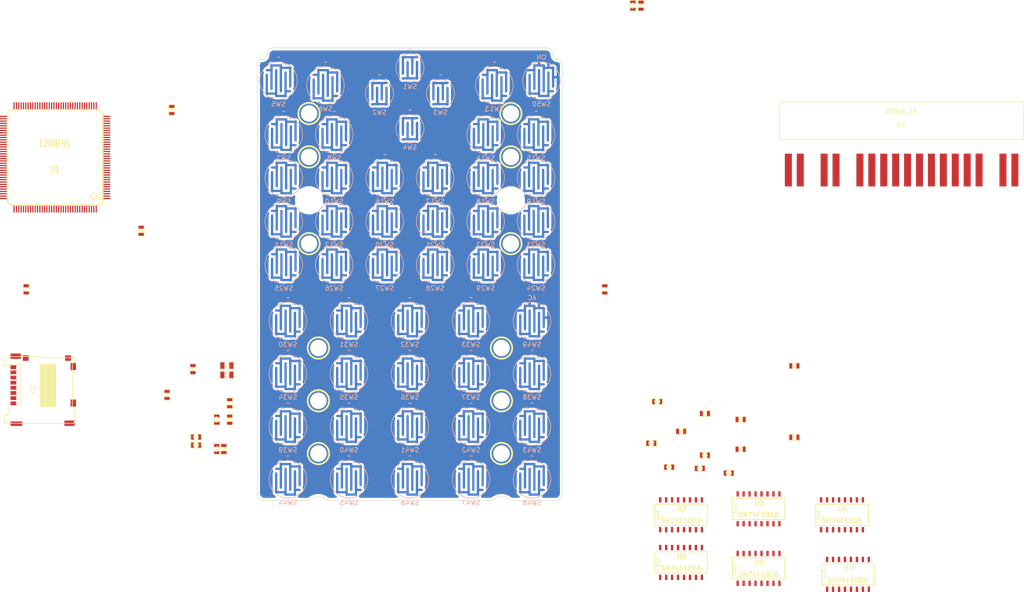
<source format=kicad_pcb>
(kicad_pcb (version 3) (host pcbnew "(2013-may-18)-stable")
  (layers (15 F.Cu signal) (0 B.Cu signal) (18 B.Paste user) (19 F.Paste user) (20 B.SilkS user hide) (21 F.SilkS user) (22 B.Mask user hide) (23 F.Mask user hide) (28 Edge.Cuts user))
  (net 0 "")
  (net 1 /CS0)
  (net 2 /CSS)
  (net 3 /D0)
  (net 4 /D1)
  (net 5 /D2)
  (net 6 /D3)
  (net 7 /D4)
  (net 8 /D5)
  (net 9 /D6)
  (net 10 /D7)
  (net 11 /DC)
  (net 12 /DI)
  (net 13 /DO)
  (net 14 /RD)
  (net 15 /RES)
  (net 16 /SCK)
  (net 17 /SW)
  (net 18 /WR)
  (net 19 N-000001)
  (net 20 N-0000010)
  (net 21 N-0000011)
  (net 22 N-0000012)
  (net 23 N-0000013)
  (net 24 N-0000014)
  (net 25 N-0000015)
  (net 26 N-00000156)
  (net 27 N-00000157)
  (net 28 N-00000158)
  (net 29 N-00000159)
  (net 30 N-0000016)
  (net 31 N-00000160)
  (net 32 N-00000161)
  (net 33 N-00000162)
  (net 34 N-00000163)
  (net 35 N-00000164)
  (net 36 N-00000165)
  (net 37 N-00000166)
  (net 38 N-0000017)
  (net 39 N-0000018)
  (net 40 N-0000019)
  (net 41 N-000002)
  (net 42 N-0000020)
  (net 43 N-0000021)
  (net 44 N-0000022)
  (net 45 N-0000023)
  (net 46 N-0000025)
  (net 47 N-0000028)
  (net 48 N-0000029)
  (net 49 N-000003)
  (net 50 N-0000030)
  (net 51 N-0000031)
  (net 52 N-0000032)
  (net 53 N-000004)
  (net 54 N-0000048)
  (net 55 N-0000049)
  (net 56 N-000005)
  (net 57 N-000006)
  (net 58 N-0000063)
  (net 59 N-0000064)
  (net 60 N-0000065)
  (net 61 N-0000066)
  (net 62 N-0000067)
  (net 63 N-0000068)
  (net 64 N-0000069)
  (net 65 N-000007)
  (net 66 N-0000070)
  (net 67 N-0000071)
  (net 68 N-0000072)
  (net 69 N-0000073)
  (net 70 N-0000074)
  (net 71 N-0000075)
  (net 72 N-0000076)
  (net 73 N-0000077)
  (net 74 N-0000078)
  (net 75 N-0000079)
  (net 76 N-000008)
  (net 77 N-0000080)
  (net 78 N-0000081)
  (net 79 N-0000082)
  (net 80 N-0000083)
  (net 81 N-0000084)
  (net 82 N-0000085)
  (net 83 N-0000086)
  (net 84 N-0000087)
  (net 85 N-0000088)
  (net 86 N-000009)
  (net 87 VDD)
  (net 88 VSS)
  (module 1pin (layer F.Cu) (at 232.25 158.75)
    (fp_text reference 1PIN hide)
    (fp_text value P*** hide)
    (pad "" np_thru_hole circle (at 0 0) (size 2.5 2.5) (drill 2.5) (layers *.Cu *.Mask F.SilkS))
  )
  (module 1pin (layer F.Cu) (at 232.25 170)
    (fp_text reference 1PIN hide)
    (fp_text value P*** hide)
    (pad "" np_thru_hole circle (at 0 0) (size 2.5 2.5) (drill 2.5) (layers *.Cu *.Mask F.SilkS))
  )
  (module 1pin (layer F.Cu) (at 232.25 181.25)
    (fp_text reference 1PIN hide)
    (fp_text value P*** hide)
    (pad "" np_thru_hole circle (at 0 0) (size 2.5 2.5) (drill 2.5) (layers *.Cu *.Mask F.SilkS))
  )
  (module 1pin (layer F.Cu) (at 193.25 181.25)
    (fp_text reference 1PIN hide)
    (fp_text value P*** hide)
    (pad "" np_thru_hole circle (at 0 0) (size 2.5 2.5) (drill 2.5) (layers *.Cu *.Mask F.SilkS))
  )
  (module 1pin (layer F.Cu) (at 193.25 170)
    (fp_text reference 1PIN hide)
    (fp_text value P*** hide)
    (pad "" np_thru_hole circle (at 0 0) (size 2.5 2.5) (drill 2.5) (layers *.Cu *.Mask F.SilkS))
  )
  (module 1pin (layer F.Cu) (at 193.25 158.75)
    (fp_text reference 1PIN hide)
    (fp_text value P*** hide)
    (pad "" np_thru_hole circle (at 0 0) (size 2.5 2.5) (drill 2.5) (layers *.Cu *.Mask F.SilkS))
  )
  (module 1pin (layer F.Cu) (at 234.25 118)
    (fp_text reference 1PIN hide)
    (fp_text value P*** hide)
    (pad "" np_thru_hole circle (at 0 0) (size 2.5 2.5) (drill 2.5) (layers *.Cu *.Mask F.SilkS))
  )
  (module 1pin (layer F.Cu) (at 234.25 127.25)
    (fp_text reference 1PIN hide)
    (fp_text value P*** hide)
    (pad "" np_thru_hole circle (at 0 0) (size 5 5) (drill 5) (layers *.Cu *.Mask F.SilkS))
  )
  (module 1pin (layer F.Cu) (at 234.25 108.75)
    (fp_text reference 1PIN hide)
    (fp_text value P*** hide)
    (pad "" np_thru_hole circle (at 0 0) (size 2.5 2.5) (drill 2.5) (layers *.Cu *.Mask F.SilkS))
  )
  (module 1pin (layer F.Cu) (at 234.25 136.5)
    (fp_text reference 1PIN hide)
    (fp_text value P*** hide)
    (pad "" np_thru_hole circle (at 0 0) (size 2.5 2.5) (drill 2.5) (layers *.Cu *.Mask F.SilkS))
  )
  (module 1pin (layer F.Cu) (at 191.25 136.5)
    (fp_text reference 1PIN hide)
    (fp_text value P*** hide)
    (pad "" np_thru_hole circle (at 0 0) (size 2.5 2.5) (drill 2.5) (layers *.Cu *.Mask F.SilkS))
  )
  (module 1pin (layer F.Cu) (at 191.25 108.75)
    (fp_text reference 1PIN hide)
    (fp_text value P*** hide)
    (pad "" np_thru_hole circle (at 0 0) (size 2.5 2.5) (drill 2.5) (layers *.Cu *.Mask F.SilkS))
  )
  (module TQFP144 (layer F.Cu) (at 137.16 118.11 270)
    (fp_text reference U1 (at 2.5 0 360) (layer F.SilkS) (effects (font (size 1.524 1.016) (thickness 0.3048))))
    (fp_text value EZ80F91 (at -3 0 360) (layer F.SilkS) (effects (font (size 1.524 1.016) (thickness 0.3048))))
    (pad 1 smd rect (at 8.7503 -10.9855 270) (size 0.254 1.524) (layers F.Cu F.Paste F.Mask) (net 11 /DC))
    (pad 2 smd rect (at 8.2423 -10.9855 270) (size 0.254 1.524) (layers F.Cu F.Paste F.Mask))
    (pad 3 smd rect (at 7.747 -10.9855 270) (size 0.254 1.524) (layers F.Cu F.Paste F.Mask))
    (pad 4 smd rect (at 7.2517 -10.9855 270) (size 0.254 1.524) (layers F.Cu F.Paste F.Mask))
    (pad 5 smd rect (at 6.7437 -10.9855 270) (size 0.254 1.524) (layers F.Cu F.Paste F.Mask))
    (pad 6 smd rect (at 6.2484 -10.9855 270) (size 0.254 1.524) (layers F.Cu F.Paste F.Mask) (net 87 VDD))
    (pad 7 smd rect (at 5.7531 -10.9855 270) (size 0.254 1.524) (layers F.Cu F.Paste F.Mask) (net 88 VSS))
    (pad 8 smd rect (at 5.2451 -10.9855 270) (size 0.254 1.524) (layers F.Cu F.Paste F.Mask))
    (pad 9 smd rect (at 4.7498 -10.9855 270) (size 0.254 1.524) (layers F.Cu F.Paste F.Mask))
    (pad 10 smd rect (at 4.2545 -10.9855 270) (size 0.254 1.524) (layers F.Cu F.Paste F.Mask))
    (pad 11 smd rect (at 3.7465 -10.9855 270) (size 0.254 1.524) (layers F.Cu F.Paste F.Mask))
    (pad 12 smd rect (at 3.2512 -10.9855 270) (size 0.254 1.524) (layers F.Cu F.Paste F.Mask))
    (pad 13 smd rect (at 2.7559 -10.9855 270) (size 0.254 1.524) (layers F.Cu F.Paste F.Mask))
    (pad 14 smd rect (at 2.2479 -10.9855 270) (size 0.254 1.524) (layers F.Cu F.Paste F.Mask) (net 87 VDD))
    (pad 15 smd rect (at 1.7526 -10.9855 270) (size 0.254 1.524) (layers F.Cu F.Paste F.Mask) (net 88 VSS))
    (pad 16 smd rect (at 1.2573 -10.9855 270) (size 0.254 1.524) (layers F.Cu F.Paste F.Mask))
    (pad 17 smd rect (at 0.7493 -10.9855 270) (size 0.254 1.524) (layers F.Cu F.Paste F.Mask))
    (pad 18 smd rect (at 0.254 -10.9855 270) (size 0.254 1.524) (layers F.Cu F.Paste F.Mask))
    (pad 19 smd rect (at -0.254 -10.9855 270) (size 0.254 1.524) (layers F.Cu F.Paste F.Mask))
    (pad 20 smd rect (at -0.7493 -10.9855 270) (size 0.254 1.524) (layers F.Cu F.Paste F.Mask))
    (pad 21 smd rect (at -1.2573 -10.9855 270) (size 0.254 1.524) (layers F.Cu F.Paste F.Mask))
    (pad 22 smd rect (at -1.7526 -10.9855 270) (size 0.254 1.524) (layers F.Cu F.Paste F.Mask) (net 87 VDD))
    (pad 23 smd rect (at -2.2479 -10.9855 270) (size 0.254 1.524) (layers F.Cu F.Paste F.Mask) (net 88 VSS))
    (pad 24 smd rect (at -2.7559 -10.9855 270) (size 0.254 1.524) (layers F.Cu F.Paste F.Mask))
    (pad 25 smd rect (at -3.2512 -10.9855 270) (size 0.254 1.524) (layers F.Cu F.Paste F.Mask))
    (pad 26 smd rect (at -3.7465 -10.9855 270) (size 0.254 1.524) (layers F.Cu F.Paste F.Mask))
    (pad 27 smd rect (at -4.2545 -10.9855 270) (size 0.254 1.524) (layers F.Cu F.Paste F.Mask))
    (pad 28 smd rect (at -4.7498 -10.9855 270) (size 0.254 1.524) (layers F.Cu F.Paste F.Mask))
    (pad 29 smd rect (at -5.2451 -10.9855 270) (size 0.254 1.524) (layers F.Cu F.Paste F.Mask))
    (pad 30 smd rect (at -5.7531 -10.9855 270) (size 0.254 1.524) (layers F.Cu F.Paste F.Mask))
    (pad 31 smd rect (at -6.2484 -10.9855 270) (size 0.254 1.524) (layers F.Cu F.Paste F.Mask) (net 87 VDD))
    (pad 32 smd rect (at -6.7437 -10.9855 270) (size 0.254 1.524) (layers F.Cu F.Paste F.Mask) (net 88 VSS))
    (pad 33 smd rect (at -7.2517 -10.9855 270) (size 0.254 1.524) (layers F.Cu F.Paste F.Mask) (net 1 /CS0))
    (pad 34 smd rect (at -7.747 -10.9855 270) (size 0.254 1.524) (layers F.Cu F.Paste F.Mask))
    (pad 35 smd rect (at -8.2423 -10.9855 270) (size 0.254 1.524) (layers F.Cu F.Paste F.Mask))
    (pad 36 smd rect (at -8.7503 -10.9855 270) (size 0.254 1.524) (layers F.Cu F.Paste F.Mask))
    (pad 66 smd rect (at -10.9855 5.7531 270) (size 1.524 0.254) (layers F.Cu F.Paste F.Mask))
    (pad 67 smd rect (at -10.9855 6.2484 270) (size 1.524 0.254) (layers F.Cu F.Paste F.Mask))
    (pad 68 smd rect (at -10.9855 6.7437 270) (size 1.524 0.254) (layers F.Cu F.Paste F.Mask))
    (pad 69 smd rect (at -10.9855 7.2517 270) (size 1.524 0.254) (layers F.Cu F.Paste F.Mask))
    (pad 70 smd rect (at -10.9855 7.747 270) (size 1.524 0.254) (layers F.Cu F.Paste F.Mask))
    (pad 71 smd rect (at -10.9855 8.2423 270) (size 1.524 0.254) (layers F.Cu F.Paste F.Mask))
    (pad 72 smd rect (at -10.9855 8.7503 270) (size 1.524 0.254) (layers F.Cu F.Paste F.Mask) (net 88 VSS))
    (pad 114 smd rect (at 10.9855 6.2484 270) (size 1.524 0.254) (layers F.Cu F.Paste F.Mask) (net 43 N-0000021))
    (pad 115 smd rect (at 10.9855 5.7531 270) (size 1.524 0.254) (layers F.Cu F.Paste F.Mask) (net 44 N-0000022))
    (pad 116 smd rect (at 10.9855 5.2451 270) (size 1.524 0.254) (layers F.Cu F.Paste F.Mask) (net 39 N-0000018))
    (pad 117 smd rect (at 10.9855 4.7498 270) (size 1.524 0.254) (layers F.Cu F.Paste F.Mask) (net 40 N-0000019))
    (pad 118 smd rect (at 10.9855 4.2545 270) (size 1.524 0.254) (layers F.Cu F.Paste F.Mask) (net 53 N-000004))
    (pad 119 smd rect (at 10.9855 3.7465 270) (size 1.524 0.254) (layers F.Cu F.Paste F.Mask) (net 56 N-000005))
    (pad 120 smd rect (at 10.9855 3.2512 270) (size 1.524 0.254) (layers F.Cu F.Paste F.Mask) (net 57 N-000006))
    (pad 121 smd rect (at 10.9855 2.7559 270) (size 1.524 0.254) (layers F.Cu F.Paste F.Mask) (net 42 N-0000020))
    (pad 122 smd rect (at 10.9855 2.2479 270) (size 1.524 0.254) (layers F.Cu F.Paste F.Mask) (net 87 VDD))
    (pad 123 smd rect (at 10.9855 1.7526 270) (size 1.524 0.254) (layers F.Cu F.Paste F.Mask) (net 88 VSS))
    (pad 124 smd rect (at 10.9855 1.2573 270) (size 1.524 0.254) (layers F.Cu F.Paste F.Mask))
    (pad 125 smd rect (at 10.9855 0.7493 270) (size 1.524 0.254) (layers F.Cu F.Paste F.Mask))
    (pad 126 smd rect (at 10.9855 0.254 270) (size 1.524 0.254) (layers F.Cu F.Paste F.Mask))
    (pad 127 smd rect (at 10.9855 -0.254 270) (size 1.524 0.254) (layers F.Cu F.Paste F.Mask))
    (pad 128 smd rect (at 10.9855 -0.7493 270) (size 1.524 0.254) (layers F.Cu F.Paste F.Mask))
    (pad 129 smd rect (at 10.9855 -1.2573 270) (size 1.524 0.254) (layers F.Cu F.Paste F.Mask))
    (pad 130 smd rect (at 10.9855 -1.7526 270) (size 1.524 0.254) (layers F.Cu F.Paste F.Mask))
    (pad 131 smd rect (at 10.9855 -2.2479 270) (size 1.524 0.254) (layers F.Cu F.Paste F.Mask))
    (pad 132 smd rect (at 10.9855 -2.7559 270) (size 1.524 0.254) (layers F.Cu F.Paste F.Mask))
    (pad 133 smd rect (at 10.9855 -3.2512 270) (size 1.524 0.254) (layers F.Cu F.Paste F.Mask) (net 87 VDD))
    (pad 134 smd rect (at 10.9855 -3.7465 270) (size 1.524 0.254) (layers F.Cu F.Paste F.Mask) (net 88 VSS))
    (pad 135 smd rect (at 10.9855 -4.2545 270) (size 1.524 0.254) (layers F.Cu F.Paste F.Mask))
    (pad 136 smd rect (at 10.9855 -4.7498 270) (size 1.524 0.254) (layers F.Cu F.Paste F.Mask))
    (pad 137 smd rect (at 10.9855 -5.2451 270) (size 1.524 0.254) (layers F.Cu F.Paste F.Mask))
    (pad 138 smd rect (at 10.9855 -5.7531 270) (size 1.524 0.254) (layers F.Cu F.Paste F.Mask))
    (pad 139 smd rect (at 10.9855 -6.2484 270) (size 1.524 0.254) (layers F.Cu F.Paste F.Mask))
    (pad 140 smd rect (at 10.9855 -6.7437 270) (size 1.524 0.254) (layers F.Cu F.Paste F.Mask))
    (pad 141 smd rect (at 10.9855 -7.2517 270) (size 1.524 0.254) (layers F.Cu F.Paste F.Mask))
    (pad 142 smd rect (at 10.9855 -7.747 270) (size 1.524 0.254) (layers F.Cu F.Paste F.Mask))
    (pad 143 smd rect (at 10.9855 -8.2423 270) (size 1.524 0.254) (layers F.Cu F.Paste F.Mask))
    (pad 144 smd rect (at 10.9855 -8.7503 270) (size 1.524 0.254) (layers F.Cu F.Paste F.Mask))
    (pad 37 smd rect (at -10.9855 -8.7503 270) (size 1.524 0.254) (layers F.Cu F.Paste F.Mask) (net 87 VDD))
    (pad 38 smd rect (at -10.9855 -8.2423 270) (size 1.524 0.254) (layers F.Cu F.Paste F.Mask) (net 88 VSS))
    (pad 39 smd rect (at -10.9855 -7.747 270) (size 1.524 0.254) (layers F.Cu F.Paste F.Mask) (net 3 /D0))
    (pad 40 smd rect (at -10.9855 -7.2517 270) (size 1.524 0.254) (layers F.Cu F.Paste F.Mask) (net 4 /D1))
    (pad 41 smd rect (at -10.9855 -6.7437 270) (size 1.524 0.254) (layers F.Cu F.Paste F.Mask) (net 5 /D2))
    (pad 42 smd rect (at -10.9855 -6.2484 270) (size 1.524 0.254) (layers F.Cu F.Paste F.Mask) (net 6 /D3))
    (pad 43 smd rect (at -10.9855 -5.7531 270) (size 1.524 0.254) (layers F.Cu F.Paste F.Mask) (net 7 /D4))
    (pad 44 smd rect (at -10.9855 -5.2451 270) (size 1.524 0.254) (layers F.Cu F.Paste F.Mask) (net 8 /D5))
    (pad 45 smd rect (at -10.9855 -4.7498 270) (size 1.524 0.254) (layers F.Cu F.Paste F.Mask) (net 9 /D6))
    (pad 46 smd rect (at -10.9855 -4.2545 270) (size 1.524 0.254) (layers F.Cu F.Paste F.Mask) (net 10 /D7))
    (pad 47 smd rect (at -10.9855 -3.7465 270) (size 1.524 0.254) (layers F.Cu F.Paste F.Mask) (net 87 VDD))
    (pad 48 smd rect (at -10.9855 -3.2512 270) (size 1.524 0.254) (layers F.Cu F.Paste F.Mask) (net 88 VSS))
    (pad 49 smd rect (at -10.9855 -2.7559 270) (size 1.524 0.254) (layers F.Cu F.Paste F.Mask))
    (pad 50 smd rect (at -10.9855 -2.2479 270) (size 1.524 0.254) (layers F.Cu F.Paste F.Mask))
    (pad 51 smd rect (at -10.9855 -1.7526 270) (size 1.524 0.254) (layers F.Cu F.Paste F.Mask) (net 14 /RD))
    (pad 52 smd rect (at -10.9855 -1.2573 270) (size 1.524 0.254) (layers F.Cu F.Paste F.Mask) (net 18 /WR))
    (pad 53 smd rect (at -10.9855 -0.7493 270) (size 1.524 0.254) (layers F.Cu F.Paste F.Mask))
    (pad 54 smd rect (at -10.9855 -0.254 270) (size 1.524 0.254) (layers F.Cu F.Paste F.Mask))
    (pad 55 smd rect (at -10.9855 0.254 270) (size 1.524 0.254) (layers F.Cu F.Paste F.Mask) (net 15 /RES))
    (pad 56 smd rect (at -10.9855 0.7493 270) (size 1.524 0.254) (layers F.Cu F.Paste F.Mask) (net 65 N-000007))
    (pad 57 smd rect (at -10.9855 1.2573 270) (size 1.524 0.254) (layers F.Cu F.Paste F.Mask))
    (pad 58 smd rect (at -10.9855 1.7526 270) (size 1.524 0.254) (layers F.Cu F.Paste F.Mask))
    (pad 59 smd rect (at -10.9855 2.2479 270) (size 1.524 0.254) (layers F.Cu F.Paste F.Mask) (net 87 VDD))
    (pad 60 smd rect (at -10.9855 2.7559 270) (size 1.524 0.254) (layers F.Cu F.Paste F.Mask) (net 88 VSS))
    (pad 61 smd rect (at -10.9855 3.2512 270) (size 1.524 0.254) (layers F.Cu F.Paste F.Mask))
    (pad 62 smd rect (at -10.9855 3.7465 270) (size 1.524 0.254) (layers F.Cu F.Paste F.Mask))
    (pad 63 smd rect (at -10.9855 4.2545 270) (size 1.524 0.254) (layers F.Cu F.Paste F.Mask))
    (pad 64 smd rect (at -10.9855 4.7498 270) (size 1.524 0.254) (layers F.Cu F.Paste F.Mask) (net 88 VSS))
    (pad 65 smd rect (at -10.9855 5.2451 270) (size 1.524 0.254) (layers F.Cu F.Paste F.Mask))
    (pad 78 smd rect (at -6.2484 10.9855 270) (size 0.254 1.524) (layers F.Cu F.Paste F.Mask))
    (pad 79 smd rect (at -5.7531 10.9855 270) (size 0.254 1.524) (layers F.Cu F.Paste F.Mask))
    (pad 80 smd rect (at -5.2451 10.9855 270) (size 0.254 1.524) (layers F.Cu F.Paste F.Mask))
    (pad 81 smd rect (at -4.7498 10.9855 270) (size 0.254 1.524) (layers F.Cu F.Paste F.Mask) (net 87 VDD))
    (pad 82 smd rect (at -4.2545 10.9855 270) (size 0.254 1.524) (layers F.Cu F.Paste F.Mask) (net 88 VSS))
    (pad 83 smd rect (at -3.7465 10.9855 270) (size 0.254 1.524) (layers F.Cu F.Paste F.Mask))
    (pad 84 smd rect (at -3.2512 10.9855 270) (size 0.254 1.524) (layers F.Cu F.Paste F.Mask))
    (pad 85 smd rect (at -2.7559 10.9855 270) (size 0.254 1.524) (layers F.Cu F.Paste F.Mask))
    (pad 86 smd rect (at -2.2479 10.9855 270) (size 0.254 1.524) (layers F.Cu F.Paste F.Mask))
    (pad 87 smd rect (at -1.7526 10.9855 270) (size 0.254 1.524) (layers F.Cu F.Paste F.Mask))
    (pad 88 smd rect (at -1.2573 10.9855 270) (size 0.254 1.524) (layers F.Cu F.Paste F.Mask) (net 87 VDD))
    (pad 89 smd rect (at -0.7493 10.9855 270) (size 0.254 1.524) (layers F.Cu F.Paste F.Mask) (net 88 VSS))
    (pad 90 smd rect (at -0.254 10.9855 270) (size 0.254 1.524) (layers F.Cu F.Paste F.Mask))
    (pad 91 smd rect (at 0.254 10.9855 270) (size 0.254 1.524) (layers F.Cu F.Paste F.Mask))
    (pad 92 smd rect (at 0.7493 10.9855 270) (size 0.254 1.524) (layers F.Cu F.Paste F.Mask) (net 47 N-0000028))
    (pad 93 smd rect (at 1.2573 10.9855 270) (size 0.254 1.524) (layers F.Cu F.Paste F.Mask) (net 48 N-0000029))
    (pad 94 smd rect (at 1.7526 10.9855 270) (size 0.254 1.524) (layers F.Cu F.Paste F.Mask) (net 50 N-0000030))
    (pad 95 smd rect (at 2.2479 10.9855 270) (size 0.254 1.524) (layers F.Cu F.Paste F.Mask) (net 51 N-0000031))
    (pad 96 smd rect (at 2.7559 10.9855 270) (size 0.254 1.524) (layers F.Cu F.Paste F.Mask) (net 76 N-000008))
    (pad 97 smd rect (at 3.2512 10.9855 270) (size 0.254 1.524) (layers F.Cu F.Paste F.Mask) (net 38 N-0000017))
    (pad 98 smd rect (at 3.7465 10.9855 270) (size 0.254 1.524) (layers F.Cu F.Paste F.Mask) (net 87 VDD))
    (pad 99 smd rect (at 4.2545 10.9855 270) (size 0.254 1.524) (layers F.Cu F.Paste F.Mask) (net 88 VSS))
    (pad 100 smd rect (at 4.7498 10.9855 270) (size 0.254 1.524) (layers F.Cu F.Paste F.Mask) (net 2 /CSS))
    (pad 101 smd rect (at 5.2451 10.9855 270) (size 0.254 1.524) (layers F.Cu F.Paste F.Mask))
    (pad 102 smd rect (at 5.7531 10.9855 270) (size 0.254 1.524) (layers F.Cu F.Paste F.Mask) (net 49 N-000003))
    (pad 103 smd rect (at 6.2484 10.9855 270) (size 0.254 1.524) (layers F.Cu F.Paste F.Mask) (net 16 /SCK))
    (pad 104 smd rect (at 6.7437 10.9855 270) (size 0.254 1.524) (layers F.Cu F.Paste F.Mask) (net 17 /SW))
    (pad 105 smd rect (at 7.2517 10.9855 270) (size 0.254 1.524) (layers F.Cu F.Paste F.Mask))
    (pad 106 smd rect (at 7.747 10.9855 270) (size 0.254 1.524) (layers F.Cu F.Paste F.Mask) (net 13 /DO))
    (pad 107 smd rect (at 8.2423 10.9855 270) (size 0.254 1.524) (layers F.Cu F.Paste F.Mask) (net 12 /DI))
    (pad 108 smd rect (at 8.7503 10.9855 270) (size 0.254 1.524) (layers F.Cu F.Paste F.Mask) (net 88 VSS))
    (pad 73 smd rect (at -8.7503 10.9855 270) (size 0.254 1.524) (layers F.Cu F.Paste F.Mask))
    (pad 74 smd rect (at -8.2423 10.9855 270) (size 0.254 1.524) (layers F.Cu F.Paste F.Mask))
    (pad 75 smd rect (at -7.747 10.9855 270) (size 0.254 1.524) (layers F.Cu F.Paste F.Mask))
    (pad 76 smd rect (at -7.2517 10.9855 270) (size 0.254 1.524) (layers F.Cu F.Paste F.Mask))
    (pad 77 smd rect (at -6.7437 10.9855 270) (size 0.254 1.524) (layers F.Cu F.Paste F.Mask))
    (pad 109 smd rect (at 10.9855 8.7503 270) (size 1.524 0.254) (layers F.Cu F.Paste F.Mask))
    (pad 110 smd rect (at 10.9855 8.2423 270) (size 1.524 0.254) (layers F.Cu F.Paste F.Mask))
    (pad 111 smd rect (at 10.9855 7.747 270) (size 1.524 0.254) (layers F.Cu F.Paste F.Mask))
    (pad 112 smd rect (at 10.9855 7.2517 270) (size 1.524 0.254) (layers F.Cu F.Paste F.Mask) (net 87 VDD))
    (pad 113 smd rect (at 10.9855 6.7437 270) (size 1.524 0.254) (layers F.Cu F.Paste F.Mask) (net 88 VSS))
  )
  (module SM0805 (layer F.Cu) (at 173.75 162.5 180)
    (fp_text reference R1 (at 0 -0.3175 180) (layer F.SilkS) (effects (font (size 0.50038 0.50038) (thickness 0.10922))))
    (fp_text value R (at 0 0.381 180) (layer F.SilkS) (effects (font (size 0.50038 0.50038) (thickness 0.10922))))
    (pad 1 smd rect (at -0.9525 0 180) (size 0.889 1.397) (layers F.Cu F.Paste F.Mask) (net 15 /RES))
    (pad 2 smd rect (at 0.9525 0 180) (size 0.889 1.397) (layers F.Cu F.Paste F.Mask) (net 87 VDD))
  )
  (module SM0805 (layer F.Cu) (at 173.75 164.5 180)
    (fp_text reference R2 (at 0 -0.3175 180) (layer F.SilkS) (effects (font (size 0.50038 0.50038) (thickness 0.10922))))
    (fp_text value R (at 0 0.381 180) (layer F.SilkS) (effects (font (size 0.50038 0.50038) (thickness 0.10922))))
    (pad 1 smd rect (at -0.9525 0 180) (size 0.889 1.397) (layers F.Cu F.Paste F.Mask) (net 65 N-000007))
    (pad 2 smd rect (at 0.9525 0 180) (size 0.889 1.397) (layers F.Cu F.Paste F.Mask) (net 87 VDD))
  )
  (module KEY (layer B.Cu) (at 207.375 141)
    (fp_text reference SW27 (at 0 5) (layer B.SilkS) (effects (justify mirror)))
    (fp_text value ~ (at 0 -5) (layer B.SilkS) (effects (justify mirror)))
    (pad 1 connect oval (at -0.5 0.5) (size 0.5 6) (layers B.Cu) (net 58 N-0000063))
    (pad 2 connect oval (at 0.5 -0.5) (size 0.5 6) (layers B.Cu) (net 40 N-0000019))
    (pad 2 connect oval (at -1.5 -0.75) (size 0.5 5.5) (layers B.Cu) (net 40 N-0000019))
    (pad 1 connect oval (at -2.5 0.75) (size 0.5 4.5) (layers B.Cu) (net 58 N-0000063))
    (pad 1 connect oval (at 1.5 0.75) (size 0.5 5.5) (layers B.Cu) (net 58 N-0000063))
    (pad 2 connect oval (at 2.5 -0.75) (size 0.5 4.5) (layers B.Cu) (net 40 N-0000019))
    (pad 1 connect oval (at 0.5 3.25) (size 2.5 0.5) (layers B.Cu) (net 58 N-0000063))
    (pad 1 connect oval (at -1.5 2.75) (size 2.5 0.5) (layers B.Cu) (net 58 N-0000063))
    (pad 2 connect oval (at -0.5 -3.25) (size 2.5 0.5) (layers B.Cu) (net 40 N-0000019))
    (pad 2 connect oval (at 1.5 -2.75) (size 2.5 0.5) (layers B.Cu) (net 40 N-0000019))
    (pad 2 connect oval (at -2 -2.25) (size 1.5 0.5) (layers B.Cu) (net 40 N-0000019))
    (pad 1 connect oval (at 2 2.25) (size 1.5 0.5) (layers B.Cu) (net 58 N-0000063))
  )
  (module KEY (layer B.Cu) (at 218.125 141)
    (fp_text reference SW28 (at 0 5) (layer B.SilkS) (effects (justify mirror)))
    (fp_text value ~ (at 0 -5) (layer B.SilkS) (effects (justify mirror)))
    (pad 1 connect oval (at -0.5 0.5) (size 0.5 6) (layers B.Cu) (net 59 N-0000064))
    (pad 2 connect oval (at 0.5 -0.5) (size 0.5 6) (layers B.Cu) (net 40 N-0000019))
    (pad 2 connect oval (at -1.5 -0.75) (size 0.5 5.5) (layers B.Cu) (net 40 N-0000019))
    (pad 1 connect oval (at -2.5 0.75) (size 0.5 4.5) (layers B.Cu) (net 59 N-0000064))
    (pad 1 connect oval (at 1.5 0.75) (size 0.5 5.5) (layers B.Cu) (net 59 N-0000064))
    (pad 2 connect oval (at 2.5 -0.75) (size 0.5 4.5) (layers B.Cu) (net 40 N-0000019))
    (pad 1 connect oval (at 0.5 3.25) (size 2.5 0.5) (layers B.Cu) (net 59 N-0000064))
    (pad 1 connect oval (at -1.5 2.75) (size 2.5 0.5) (layers B.Cu) (net 59 N-0000064))
    (pad 2 connect oval (at -0.5 -3.25) (size 2.5 0.5) (layers B.Cu) (net 40 N-0000019))
    (pad 2 connect oval (at 1.5 -2.75) (size 2.5 0.5) (layers B.Cu) (net 40 N-0000019))
    (pad 2 connect oval (at -2 -2.25) (size 1.5 0.5) (layers B.Cu) (net 40 N-0000019))
    (pad 1 connect oval (at 2 2.25) (size 1.5 0.5) (layers B.Cu) (net 59 N-0000064))
  )
  (module KEY (layer B.Cu) (at 228.875 141)
    (fp_text reference SW29 (at 0 5) (layer B.SilkS) (effects (justify mirror)))
    (fp_text value ~ (at 0 -5) (layer B.SilkS) (effects (justify mirror)))
    (pad 1 connect oval (at -0.5 0.5) (size 0.5 6) (layers B.Cu) (net 60 N-0000065))
    (pad 2 connect oval (at 0.5 -0.5) (size 0.5 6) (layers B.Cu) (net 40 N-0000019))
    (pad 2 connect oval (at -1.5 -0.75) (size 0.5 5.5) (layers B.Cu) (net 40 N-0000019))
    (pad 1 connect oval (at -2.5 0.75) (size 0.5 4.5) (layers B.Cu) (net 60 N-0000065))
    (pad 1 connect oval (at 1.5 0.75) (size 0.5 5.5) (layers B.Cu) (net 60 N-0000065))
    (pad 2 connect oval (at 2.5 -0.75) (size 0.5 4.5) (layers B.Cu) (net 40 N-0000019))
    (pad 1 connect oval (at 0.5 3.25) (size 2.5 0.5) (layers B.Cu) (net 60 N-0000065))
    (pad 1 connect oval (at -1.5 2.75) (size 2.5 0.5) (layers B.Cu) (net 60 N-0000065))
    (pad 2 connect oval (at -0.5 -3.25) (size 2.5 0.5) (layers B.Cu) (net 40 N-0000019))
    (pad 2 connect oval (at 1.5 -2.75) (size 2.5 0.5) (layers B.Cu) (net 40 N-0000019))
    (pad 2 connect oval (at -2 -2.25) (size 1.5 0.5) (layers B.Cu) (net 40 N-0000019))
    (pad 1 connect oval (at 2 2.25) (size 1.5 0.5) (layers B.Cu) (net 60 N-0000065))
  )
  (module KEY (layer B.Cu) (at 186.75 153)
    (fp_text reference SW30 (at 0 5) (layer B.SilkS) (effects (justify mirror)))
    (fp_text value ~ (at 0 -5) (layer B.SilkS) (effects (justify mirror)))
    (pad 1 connect oval (at -0.5 0.5) (size 0.5 6) (layers B.Cu) (net 23 N-0000013))
    (pad 2 connect oval (at 0.5 -0.5) (size 0.5 6) (layers B.Cu) (net 40 N-0000019))
    (pad 2 connect oval (at -1.5 -0.75) (size 0.5 5.5) (layers B.Cu) (net 40 N-0000019))
    (pad 1 connect oval (at -2.5 0.75) (size 0.5 4.5) (layers B.Cu) (net 23 N-0000013))
    (pad 1 connect oval (at 1.5 0.75) (size 0.5 5.5) (layers B.Cu) (net 23 N-0000013))
    (pad 2 connect oval (at 2.5 -0.75) (size 0.5 4.5) (layers B.Cu) (net 40 N-0000019))
    (pad 1 connect oval (at 0.5 3.25) (size 2.5 0.5) (layers B.Cu) (net 23 N-0000013))
    (pad 1 connect oval (at -1.5 2.75) (size 2.5 0.5) (layers B.Cu) (net 23 N-0000013))
    (pad 2 connect oval (at -0.5 -3.25) (size 2.5 0.5) (layers B.Cu) (net 40 N-0000019))
    (pad 2 connect oval (at 1.5 -2.75) (size 2.5 0.5) (layers B.Cu) (net 40 N-0000019))
    (pad 2 connect oval (at -2 -2.25) (size 1.5 0.5) (layers B.Cu) (net 40 N-0000019))
    (pad 1 connect oval (at 2 2.25) (size 1.5 0.5) (layers B.Cu) (net 23 N-0000013))
  )
  (module KEY (layer B.Cu) (at 239.625 122.5)
    (fp_text reference SW19 (at 0 5) (layer B.SilkS) (effects (justify mirror)))
    (fp_text value ~ (at 0 -5) (layer B.SilkS) (effects (justify mirror)))
    (pad 1 connect oval (at -0.5 0.5) (size 0.5 6) (layers B.Cu) (net 61 N-0000066))
    (pad 2 connect oval (at 0.5 -0.5) (size 0.5 6) (layers B.Cu) (net 53 N-000004))
    (pad 2 connect oval (at -1.5 -0.75) (size 0.5 5.5) (layers B.Cu) (net 53 N-000004))
    (pad 1 connect oval (at -2.5 0.75) (size 0.5 4.5) (layers B.Cu) (net 61 N-0000066))
    (pad 1 connect oval (at 1.5 0.75) (size 0.5 5.5) (layers B.Cu) (net 61 N-0000066))
    (pad 2 connect oval (at 2.5 -0.75) (size 0.5 4.5) (layers B.Cu) (net 53 N-000004))
    (pad 1 connect oval (at 0.5 3.25) (size 2.5 0.5) (layers B.Cu) (net 61 N-0000066))
    (pad 1 connect oval (at -1.5 2.75) (size 2.5 0.5) (layers B.Cu) (net 61 N-0000066))
    (pad 2 connect oval (at -0.5 -3.25) (size 2.5 0.5) (layers B.Cu) (net 53 N-000004))
    (pad 2 connect oval (at 1.5 -2.75) (size 2.5 0.5) (layers B.Cu) (net 53 N-000004))
    (pad 2 connect oval (at -2 -2.25) (size 1.5 0.5) (layers B.Cu) (net 53 N-000004))
    (pad 1 connect oval (at 2 2.25) (size 1.5 0.5) (layers B.Cu) (net 61 N-0000066))
  )
  (module KEY (layer B.Cu) (at 207.375 131.75)
    (fp_text reference SW20 (at 0 5) (layer B.SilkS) (effects (justify mirror)))
    (fp_text value ~ (at 0 -5) (layer B.SilkS) (effects (justify mirror)))
    (pad 1 connect oval (at -0.5 0.5) (size 0.5 6) (layers B.Cu) (net 62 N-0000067))
    (pad 2 connect oval (at 0.5 -0.5) (size 0.5 6) (layers B.Cu) (net 53 N-000004))
    (pad 2 connect oval (at -1.5 -0.75) (size 0.5 5.5) (layers B.Cu) (net 53 N-000004))
    (pad 1 connect oval (at -2.5 0.75) (size 0.5 4.5) (layers B.Cu) (net 62 N-0000067))
    (pad 1 connect oval (at 1.5 0.75) (size 0.5 5.5) (layers B.Cu) (net 62 N-0000067))
    (pad 2 connect oval (at 2.5 -0.75) (size 0.5 4.5) (layers B.Cu) (net 53 N-000004))
    (pad 1 connect oval (at 0.5 3.25) (size 2.5 0.5) (layers B.Cu) (net 62 N-0000067))
    (pad 1 connect oval (at -1.5 2.75) (size 2.5 0.5) (layers B.Cu) (net 62 N-0000067))
    (pad 2 connect oval (at -0.5 -3.25) (size 2.5 0.5) (layers B.Cu) (net 53 N-000004))
    (pad 2 connect oval (at 1.5 -2.75) (size 2.5 0.5) (layers B.Cu) (net 53 N-000004))
    (pad 2 connect oval (at -2 -2.25) (size 1.5 0.5) (layers B.Cu) (net 53 N-000004))
    (pad 1 connect oval (at 2 2.25) (size 1.5 0.5) (layers B.Cu) (net 62 N-0000067))
  )
  (module KEY (layer B.Cu) (at 218.125 131.75)
    (fp_text reference SW21 (at 0 5) (layer B.SilkS) (effects (justify mirror)))
    (fp_text value ~ (at 0 -5) (layer B.SilkS) (effects (justify mirror)))
    (pad 1 connect oval (at -0.5 0.5) (size 0.5 6) (layers B.Cu) (net 63 N-0000068))
    (pad 2 connect oval (at 0.5 -0.5) (size 0.5 6) (layers B.Cu) (net 53 N-000004))
    (pad 2 connect oval (at -1.5 -0.75) (size 0.5 5.5) (layers B.Cu) (net 53 N-000004))
    (pad 1 connect oval (at -2.5 0.75) (size 0.5 4.5) (layers B.Cu) (net 63 N-0000068))
    (pad 1 connect oval (at 1.5 0.75) (size 0.5 5.5) (layers B.Cu) (net 63 N-0000068))
    (pad 2 connect oval (at 2.5 -0.75) (size 0.5 4.5) (layers B.Cu) (net 53 N-000004))
    (pad 1 connect oval (at 0.5 3.25) (size 2.5 0.5) (layers B.Cu) (net 63 N-0000068))
    (pad 1 connect oval (at -1.5 2.75) (size 2.5 0.5) (layers B.Cu) (net 63 N-0000068))
    (pad 2 connect oval (at -0.5 -3.25) (size 2.5 0.5) (layers B.Cu) (net 53 N-000004))
    (pad 2 connect oval (at 1.5 -2.75) (size 2.5 0.5) (layers B.Cu) (net 53 N-000004))
    (pad 2 connect oval (at -2 -2.25) (size 1.5 0.5) (layers B.Cu) (net 53 N-000004))
    (pad 1 connect oval (at 2 2.25) (size 1.5 0.5) (layers B.Cu) (net 63 N-0000068))
  )
  (module KEY (layer B.Cu) (at 239.625 131.75)
    (fp_text reference SW23 (at 0 5) (layer B.SilkS) (effects (justify mirror)))
    (fp_text value ~ (at 0 -5) (layer B.SilkS) (effects (justify mirror)))
    (pad 1 connect oval (at -0.5 0.5) (size 0.5 6) (layers B.Cu) (net 66 N-0000070))
    (pad 2 connect oval (at 0.5 -0.5) (size 0.5 6) (layers B.Cu) (net 53 N-000004))
    (pad 2 connect oval (at -1.5 -0.75) (size 0.5 5.5) (layers B.Cu) (net 53 N-000004))
    (pad 1 connect oval (at -2.5 0.75) (size 0.5 4.5) (layers B.Cu) (net 66 N-0000070))
    (pad 1 connect oval (at 1.5 0.75) (size 0.5 5.5) (layers B.Cu) (net 66 N-0000070))
    (pad 2 connect oval (at 2.5 -0.75) (size 0.5 4.5) (layers B.Cu) (net 53 N-000004))
    (pad 1 connect oval (at 0.5 3.25) (size 2.5 0.5) (layers B.Cu) (net 66 N-0000070))
    (pad 1 connect oval (at -1.5 2.75) (size 2.5 0.5) (layers B.Cu) (net 66 N-0000070))
    (pad 2 connect oval (at -0.5 -3.25) (size 2.5 0.5) (layers B.Cu) (net 53 N-000004))
    (pad 2 connect oval (at 1.5 -2.75) (size 2.5 0.5) (layers B.Cu) (net 53 N-000004))
    (pad 2 connect oval (at -2 -2.25) (size 1.5 0.5) (layers B.Cu) (net 53 N-000004))
    (pad 1 connect oval (at 2 2.25) (size 1.5 0.5) (layers B.Cu) (net 66 N-0000070))
  )
  (module KEY (layer B.Cu) (at 239.625 141)
    (fp_text reference SW24 (at 0 5) (layer B.SilkS) (effects (justify mirror)))
    (fp_text value ~ (at 0 -5) (layer B.SilkS) (effects (justify mirror)))
    (pad 1 connect oval (at -0.5 0.5) (size 0.5 6) (layers B.Cu) (net 22 N-0000012))
    (pad 2 connect oval (at 0.5 -0.5) (size 0.5 6) (layers B.Cu) (net 53 N-000004))
    (pad 2 connect oval (at -1.5 -0.75) (size 0.5 5.5) (layers B.Cu) (net 53 N-000004))
    (pad 1 connect oval (at -2.5 0.75) (size 0.5 4.5) (layers B.Cu) (net 22 N-0000012))
    (pad 1 connect oval (at 1.5 0.75) (size 0.5 5.5) (layers B.Cu) (net 22 N-0000012))
    (pad 2 connect oval (at 2.5 -0.75) (size 0.5 4.5) (layers B.Cu) (net 53 N-000004))
    (pad 1 connect oval (at 0.5 3.25) (size 2.5 0.5) (layers B.Cu) (net 22 N-0000012))
    (pad 1 connect oval (at -1.5 2.75) (size 2.5 0.5) (layers B.Cu) (net 22 N-0000012))
    (pad 2 connect oval (at -0.5 -3.25) (size 2.5 0.5) (layers B.Cu) (net 53 N-000004))
    (pad 2 connect oval (at 1.5 -2.75) (size 2.5 0.5) (layers B.Cu) (net 53 N-000004))
    (pad 2 connect oval (at -2 -2.25) (size 1.5 0.5) (layers B.Cu) (net 53 N-000004))
    (pad 1 connect oval (at 2 2.25) (size 1.5 0.5) (layers B.Cu) (net 22 N-0000012))
  )
  (module KEY (layer B.Cu) (at 230.75 102.75)
    (fp_text reference SW13 (at 0 5) (layer B.SilkS) (effects (justify mirror)))
    (fp_text value ~ (at 0 -5) (layer B.SilkS) (effects (justify mirror)))
    (pad 1 connect oval (at -0.5 0.5) (size 0.5 6) (layers B.Cu) (net 67 N-0000071))
    (pad 2 connect oval (at 0.5 -0.5) (size 0.5 6) (layers B.Cu) (net 56 N-000005))
    (pad 2 connect oval (at -1.5 -0.75) (size 0.5 5.5) (layers B.Cu) (net 56 N-000005))
    (pad 1 connect oval (at -2.5 0.75) (size 0.5 4.5) (layers B.Cu) (net 67 N-0000071))
    (pad 1 connect oval (at 1.5 0.75) (size 0.5 5.5) (layers B.Cu) (net 67 N-0000071))
    (pad 2 connect oval (at 2.5 -0.75) (size 0.5 4.5) (layers B.Cu) (net 56 N-000005))
    (pad 1 connect oval (at 0.5 3.25) (size 2.5 0.5) (layers B.Cu) (net 67 N-0000071))
    (pad 1 connect oval (at -1.5 2.75) (size 2.5 0.5) (layers B.Cu) (net 67 N-0000071))
    (pad 2 connect oval (at -0.5 -3.25) (size 2.5 0.5) (layers B.Cu) (net 56 N-000005))
    (pad 2 connect oval (at 1.5 -2.75) (size 2.5 0.5) (layers B.Cu) (net 56 N-000005))
    (pad 2 connect oval (at -2 -2.25) (size 1.5 0.5) (layers B.Cu) (net 56 N-000005))
    (pad 1 connect oval (at 2 2.25) (size 1.5 0.5) (layers B.Cu) (net 67 N-0000071))
  )
  (module KEY (layer B.Cu) (at 228.875 113.25)
    (fp_text reference SW14 (at 0 5) (layer B.SilkS) (effects (justify mirror)))
    (fp_text value ~ (at 0 -5) (layer B.SilkS) (effects (justify mirror)))
    (pad 1 connect oval (at -0.5 0.5) (size 0.5 6) (layers B.Cu) (net 68 N-0000072))
    (pad 2 connect oval (at 0.5 -0.5) (size 0.5 6) (layers B.Cu) (net 56 N-000005))
    (pad 2 connect oval (at -1.5 -0.75) (size 0.5 5.5) (layers B.Cu) (net 56 N-000005))
    (pad 1 connect oval (at -2.5 0.75) (size 0.5 4.5) (layers B.Cu) (net 68 N-0000072))
    (pad 1 connect oval (at 1.5 0.75) (size 0.5 5.5) (layers B.Cu) (net 68 N-0000072))
    (pad 2 connect oval (at 2.5 -0.75) (size 0.5 4.5) (layers B.Cu) (net 56 N-000005))
    (pad 1 connect oval (at 0.5 3.25) (size 2.5 0.5) (layers B.Cu) (net 68 N-0000072))
    (pad 1 connect oval (at -1.5 2.75) (size 2.5 0.5) (layers B.Cu) (net 68 N-0000072))
    (pad 2 connect oval (at -0.5 -3.25) (size 2.5 0.5) (layers B.Cu) (net 56 N-000005))
    (pad 2 connect oval (at 1.5 -2.75) (size 2.5 0.5) (layers B.Cu) (net 56 N-000005))
    (pad 2 connect oval (at -2 -2.25) (size 1.5 0.5) (layers B.Cu) (net 56 N-000005))
    (pad 1 connect oval (at 2 2.25) (size 1.5 0.5) (layers B.Cu) (net 68 N-0000072))
  )
  (module KEY (layer B.Cu) (at 196.625 122.5)
    (fp_text reference SW10 (at 0 5) (layer B.SilkS) (effects (justify mirror)))
    (fp_text value ~ (at 0 -5) (layer B.SilkS) (effects (justify mirror)))
    (pad 1 connect oval (at -0.5 0.5) (size 0.5 6) (layers B.Cu) (net 69 N-0000073))
    (pad 2 connect oval (at 0.5 -0.5) (size 0.5 6) (layers B.Cu) (net 57 N-000006))
    (pad 2 connect oval (at -1.5 -0.75) (size 0.5 5.5) (layers B.Cu) (net 57 N-000006))
    (pad 1 connect oval (at -2.5 0.75) (size 0.5 4.5) (layers B.Cu) (net 69 N-0000073))
    (pad 1 connect oval (at 1.5 0.75) (size 0.5 5.5) (layers B.Cu) (net 69 N-0000073))
    (pad 2 connect oval (at 2.5 -0.75) (size 0.5 4.5) (layers B.Cu) (net 57 N-000006))
    (pad 1 connect oval (at 0.5 3.25) (size 2.5 0.5) (layers B.Cu) (net 69 N-0000073))
    (pad 1 connect oval (at -1.5 2.75) (size 2.5 0.5) (layers B.Cu) (net 69 N-0000073))
    (pad 2 connect oval (at -0.5 -3.25) (size 2.5 0.5) (layers B.Cu) (net 57 N-000006))
    (pad 2 connect oval (at 1.5 -2.75) (size 2.5 0.5) (layers B.Cu) (net 57 N-000006))
    (pad 2 connect oval (at -2 -2.25) (size 1.5 0.5) (layers B.Cu) (net 57 N-000006))
    (pad 1 connect oval (at 2 2.25) (size 1.5 0.5) (layers B.Cu) (net 69 N-0000073))
  )
  (module KEY (layer B.Cu) (at 196.625 113.25)
    (fp_text reference SW8 (at 0 5) (layer B.SilkS) (effects (justify mirror)))
    (fp_text value ~ (at 0 -5) (layer B.SilkS) (effects (justify mirror)))
    (pad 1 connect oval (at -0.5 0.5) (size 0.5 6) (layers B.Cu) (net 70 N-0000074))
    (pad 2 connect oval (at 0.5 -0.5) (size 0.5 6) (layers B.Cu) (net 57 N-000006))
    (pad 2 connect oval (at -1.5 -0.75) (size 0.5 5.5) (layers B.Cu) (net 57 N-000006))
    (pad 1 connect oval (at -2.5 0.75) (size 0.5 4.5) (layers B.Cu) (net 70 N-0000074))
    (pad 1 connect oval (at 1.5 0.75) (size 0.5 5.5) (layers B.Cu) (net 70 N-0000074))
    (pad 2 connect oval (at 2.5 -0.75) (size 0.5 4.5) (layers B.Cu) (net 57 N-000006))
    (pad 1 connect oval (at 0.5 3.25) (size 2.5 0.5) (layers B.Cu) (net 70 N-0000074))
    (pad 1 connect oval (at -1.5 2.75) (size 2.5 0.5) (layers B.Cu) (net 70 N-0000074))
    (pad 2 connect oval (at -0.5 -3.25) (size 2.5 0.5) (layers B.Cu) (net 57 N-000006))
    (pad 2 connect oval (at 1.5 -2.75) (size 2.5 0.5) (layers B.Cu) (net 57 N-000006))
    (pad 2 connect oval (at -2 -2.25) (size 1.5 0.5) (layers B.Cu) (net 57 N-000006))
    (pad 1 connect oval (at 2 2.25) (size 1.5 0.5) (layers B.Cu) (net 70 N-0000074))
  )
  (module KEY (layer B.Cu) (at 218.125 122.5)
    (fp_text reference SW17 (at 0 5) (layer B.SilkS) (effects (justify mirror)))
    (fp_text value ~ (at 0 -5) (layer B.SilkS) (effects (justify mirror)))
    (pad 1 connect oval (at -0.5 0.5) (size 0.5 6) (layers B.Cu) (net 71 N-0000075))
    (pad 2 connect oval (at 0.5 -0.5) (size 0.5 6) (layers B.Cu) (net 56 N-000005))
    (pad 2 connect oval (at -1.5 -0.75) (size 0.5 5.5) (layers B.Cu) (net 56 N-000005))
    (pad 1 connect oval (at -2.5 0.75) (size 0.5 4.5) (layers B.Cu) (net 71 N-0000075))
    (pad 1 connect oval (at 1.5 0.75) (size 0.5 5.5) (layers B.Cu) (net 71 N-0000075))
    (pad 2 connect oval (at 2.5 -0.75) (size 0.5 4.5) (layers B.Cu) (net 56 N-000005))
    (pad 1 connect oval (at 0.5 3.25) (size 2.5 0.5) (layers B.Cu) (net 71 N-0000075))
    (pad 1 connect oval (at -1.5 2.75) (size 2.5 0.5) (layers B.Cu) (net 71 N-0000075))
    (pad 2 connect oval (at -0.5 -3.25) (size 2.5 0.5) (layers B.Cu) (net 56 N-000005))
    (pad 2 connect oval (at 1.5 -2.75) (size 2.5 0.5) (layers B.Cu) (net 56 N-000005))
    (pad 2 connect oval (at -2 -2.25) (size 1.5 0.5) (layers B.Cu) (net 56 N-000005))
    (pad 1 connect oval (at 2 2.25) (size 1.5 0.5) (layers B.Cu) (net 71 N-0000075))
  )
  (module KEY (layer B.Cu) (at 228.875 122.5)
    (fp_text reference SW18 (at 0 5) (layer B.SilkS) (effects (justify mirror)))
    (fp_text value ~ (at 0 -5) (layer B.SilkS) (effects (justify mirror)))
    (pad 1 connect oval (at -0.5 0.5) (size 0.5 6) (layers B.Cu) (net 21 N-0000011))
    (pad 2 connect oval (at 0.5 -0.5) (size 0.5 6) (layers B.Cu) (net 56 N-000005))
    (pad 2 connect oval (at -1.5 -0.75) (size 0.5 5.5) (layers B.Cu) (net 56 N-000005))
    (pad 1 connect oval (at -2.5 0.75) (size 0.5 4.5) (layers B.Cu) (net 21 N-0000011))
    (pad 1 connect oval (at 1.5 0.75) (size 0.5 5.5) (layers B.Cu) (net 21 N-0000011))
    (pad 2 connect oval (at 2.5 -0.75) (size 0.5 4.5) (layers B.Cu) (net 56 N-000005))
    (pad 1 connect oval (at 0.5 3.25) (size 2.5 0.5) (layers B.Cu) (net 21 N-0000011))
    (pad 1 connect oval (at -1.5 2.75) (size 2.5 0.5) (layers B.Cu) (net 21 N-0000011))
    (pad 2 connect oval (at -0.5 -3.25) (size 2.5 0.5) (layers B.Cu) (net 56 N-000005))
    (pad 2 connect oval (at 1.5 -2.75) (size 2.5 0.5) (layers B.Cu) (net 56 N-000005))
    (pad 2 connect oval (at -2 -2.25) (size 1.5 0.5) (layers B.Cu) (net 56 N-000005))
    (pad 1 connect oval (at 2 2.25) (size 1.5 0.5) (layers B.Cu) (net 21 N-0000011))
  )
  (module KEY (layer B.Cu) (at 185.875 113.25)
    (fp_text reference SW7 (at 0 5) (layer B.SilkS) (effects (justify mirror)))
    (fp_text value ~ (at 0 -5) (layer B.SilkS) (effects (justify mirror)))
    (pad 1 connect oval (at -0.5 0.5) (size 0.5 6) (layers B.Cu) (net 27 N-00000157))
    (pad 2 connect oval (at 0.5 -0.5) (size 0.5 6) (layers B.Cu) (net 57 N-000006))
    (pad 2 connect oval (at -1.5 -0.75) (size 0.5 5.5) (layers B.Cu) (net 57 N-000006))
    (pad 1 connect oval (at -2.5 0.75) (size 0.5 4.5) (layers B.Cu) (net 27 N-00000157))
    (pad 1 connect oval (at 1.5 0.75) (size 0.5 5.5) (layers B.Cu) (net 27 N-00000157))
    (pad 2 connect oval (at 2.5 -0.75) (size 0.5 4.5) (layers B.Cu) (net 57 N-000006))
    (pad 1 connect oval (at 0.5 3.25) (size 2.5 0.5) (layers B.Cu) (net 27 N-00000157))
    (pad 1 connect oval (at -1.5 2.75) (size 2.5 0.5) (layers B.Cu) (net 27 N-00000157))
    (pad 2 connect oval (at -0.5 -3.25) (size 2.5 0.5) (layers B.Cu) (net 57 N-000006))
    (pad 2 connect oval (at 1.5 -2.75) (size 2.5 0.5) (layers B.Cu) (net 57 N-000006))
    (pad 2 connect oval (at -2 -2.25) (size 1.5 0.5) (layers B.Cu) (net 57 N-000006))
    (pad 1 connect oval (at 2 2.25) (size 1.5 0.5) (layers B.Cu) (net 27 N-00000157))
  )
  (module KEY (layer B.Cu) (at 185.875 131.75)
    (fp_text reference SW11 (at 0 5) (layer B.SilkS) (effects (justify mirror)))
    (fp_text value ~ (at 0 -5) (layer B.SilkS) (effects (justify mirror)))
    (pad 1 connect oval (at -0.5 0.5) (size 0.5 6) (layers B.Cu) (net 33 N-00000162))
    (pad 2 connect oval (at 0.5 -0.5) (size 0.5 6) (layers B.Cu) (net 57 N-000006))
    (pad 2 connect oval (at -1.5 -0.75) (size 0.5 5.5) (layers B.Cu) (net 57 N-000006))
    (pad 1 connect oval (at -2.5 0.75) (size 0.5 4.5) (layers B.Cu) (net 33 N-00000162))
    (pad 1 connect oval (at 1.5 0.75) (size 0.5 5.5) (layers B.Cu) (net 33 N-00000162))
    (pad 2 connect oval (at 2.5 -0.75) (size 0.5 4.5) (layers B.Cu) (net 57 N-000006))
    (pad 1 connect oval (at 0.5 3.25) (size 2.5 0.5) (layers B.Cu) (net 33 N-00000162))
    (pad 1 connect oval (at -1.5 2.75) (size 2.5 0.5) (layers B.Cu) (net 33 N-00000162))
    (pad 2 connect oval (at -0.5 -3.25) (size 2.5 0.5) (layers B.Cu) (net 57 N-000006))
    (pad 2 connect oval (at 1.5 -2.75) (size 2.5 0.5) (layers B.Cu) (net 57 N-000006))
    (pad 2 connect oval (at -2 -2.25) (size 1.5 0.5) (layers B.Cu) (net 57 N-000006))
    (pad 1 connect oval (at 2 2.25) (size 1.5 0.5) (layers B.Cu) (net 33 N-00000162))
  )
  (module KEY (layer B.Cu) (at 196.625 131.75)
    (fp_text reference SW12 (at 0 5) (layer B.SilkS) (effects (justify mirror)))
    (fp_text value ~ (at 0 -5) (layer B.SilkS) (effects (justify mirror)))
    (pad 1 connect oval (at -0.5 0.5) (size 0.5 6) (layers B.Cu) (net 20 N-0000010))
    (pad 2 connect oval (at 0.5 -0.5) (size 0.5 6) (layers B.Cu) (net 57 N-000006))
    (pad 2 connect oval (at -1.5 -0.75) (size 0.5 5.5) (layers B.Cu) (net 57 N-000006))
    (pad 1 connect oval (at -2.5 0.75) (size 0.5 4.5) (layers B.Cu) (net 20 N-0000010))
    (pad 1 connect oval (at 1.5 0.75) (size 0.5 5.5) (layers B.Cu) (net 20 N-0000010))
    (pad 2 connect oval (at 2.5 -0.75) (size 0.5 4.5) (layers B.Cu) (net 57 N-000006))
    (pad 1 connect oval (at 0.5 3.25) (size 2.5 0.5) (layers B.Cu) (net 20 N-0000010))
    (pad 1 connect oval (at -1.5 2.75) (size 2.5 0.5) (layers B.Cu) (net 20 N-0000010))
    (pad 2 connect oval (at -0.5 -3.25) (size 2.5 0.5) (layers B.Cu) (net 57 N-000006))
    (pad 2 connect oval (at 1.5 -2.75) (size 2.5 0.5) (layers B.Cu) (net 57 N-000006))
    (pad 2 connect oval (at -2 -2.25) (size 1.5 0.5) (layers B.Cu) (net 57 N-000006))
    (pad 1 connect oval (at 2 2.25) (size 1.5 0.5) (layers B.Cu) (net 20 N-0000010))
  )
  (module KEY (layer B.Cu) (at 184.75 101.75)
    (fp_text reference SW5 (at 0 5) (layer B.SilkS) (effects (justify mirror)))
    (fp_text value ~ (at 0 -5) (layer B.SilkS) (effects (justify mirror)))
    (pad 1 connect oval (at -0.5 0.5) (size 0.5 6) (layers B.Cu) (net 32 N-00000161))
    (pad 2 connect oval (at 0.5 -0.5) (size 0.5 6) (layers B.Cu) (net 42 N-0000020))
    (pad 2 connect oval (at -1.5 -0.75) (size 0.5 5.5) (layers B.Cu) (net 42 N-0000020))
    (pad 1 connect oval (at -2.5 0.75) (size 0.5 4.5) (layers B.Cu) (net 32 N-00000161))
    (pad 1 connect oval (at 1.5 0.75) (size 0.5 5.5) (layers B.Cu) (net 32 N-00000161))
    (pad 2 connect oval (at 2.5 -0.75) (size 0.5 4.5) (layers B.Cu) (net 42 N-0000020))
    (pad 1 connect oval (at 0.5 3.25) (size 2.5 0.5) (layers B.Cu) (net 32 N-00000161))
    (pad 1 connect oval (at -1.5 2.75) (size 2.5 0.5) (layers B.Cu) (net 32 N-00000161))
    (pad 2 connect oval (at -0.5 -3.25) (size 2.5 0.5) (layers B.Cu) (net 42 N-0000020))
    (pad 2 connect oval (at 1.5 -2.75) (size 2.5 0.5) (layers B.Cu) (net 42 N-0000020))
    (pad 2 connect oval (at -2 -2.25) (size 1.5 0.5) (layers B.Cu) (net 42 N-0000020))
    (pad 1 connect oval (at 2 2.25) (size 1.5 0.5) (layers B.Cu) (net 32 N-00000161))
  )
  (module KEY (layer B.Cu) (at 194.75 102.75)
    (fp_text reference SW6 (at 0 5) (layer B.SilkS) (effects (justify mirror)))
    (fp_text value ~ (at 0 -5) (layer B.SilkS) (effects (justify mirror)))
    (pad 1 connect oval (at -0.5 0.5) (size 0.5 6) (layers B.Cu) (net 86 N-000009))
    (pad 2 connect oval (at 0.5 -0.5) (size 0.5 6) (layers B.Cu) (net 42 N-0000020))
    (pad 2 connect oval (at -1.5 -0.75) (size 0.5 5.5) (layers B.Cu) (net 42 N-0000020))
    (pad 1 connect oval (at -2.5 0.75) (size 0.5 4.5) (layers B.Cu) (net 86 N-000009))
    (pad 1 connect oval (at 1.5 0.75) (size 0.5 5.5) (layers B.Cu) (net 86 N-000009))
    (pad 2 connect oval (at 2.5 -0.75) (size 0.5 4.5) (layers B.Cu) (net 42 N-0000020))
    (pad 1 connect oval (at 0.5 3.25) (size 2.5 0.5) (layers B.Cu) (net 86 N-000009))
    (pad 1 connect oval (at -1.5 2.75) (size 2.5 0.5) (layers B.Cu) (net 86 N-000009))
    (pad 2 connect oval (at -0.5 -3.25) (size 2.5 0.5) (layers B.Cu) (net 42 N-0000020))
    (pad 2 connect oval (at 1.5 -2.75) (size 2.5 0.5) (layers B.Cu) (net 42 N-0000020))
    (pad 2 connect oval (at -2 -2.25) (size 1.5 0.5) (layers B.Cu) (net 42 N-0000020))
    (pad 1 connect oval (at 2 2.25) (size 1.5 0.5) (layers B.Cu) (net 86 N-000009))
  )
  (module KEY (layer B.Cu) (at 207.375 122.5)
    (fp_text reference SW16 (at 0 5) (layer B.SilkS) (effects (justify mirror)))
    (fp_text value ~ (at 0 -5) (layer B.SilkS) (effects (justify mirror)))
    (pad 1 connect oval (at -0.5 0.5) (size 0.5 6) (layers B.Cu) (net 29 N-00000159))
    (pad 2 connect oval (at 0.5 -0.5) (size 0.5 6) (layers B.Cu) (net 56 N-000005))
    (pad 2 connect oval (at -1.5 -0.75) (size 0.5 5.5) (layers B.Cu) (net 56 N-000005))
    (pad 1 connect oval (at -2.5 0.75) (size 0.5 4.5) (layers B.Cu) (net 29 N-00000159))
    (pad 1 connect oval (at 1.5 0.75) (size 0.5 5.5) (layers B.Cu) (net 29 N-00000159))
    (pad 2 connect oval (at 2.5 -0.75) (size 0.5 4.5) (layers B.Cu) (net 56 N-000005))
    (pad 1 connect oval (at 0.5 3.25) (size 2.5 0.5) (layers B.Cu) (net 29 N-00000159))
    (pad 1 connect oval (at -1.5 2.75) (size 2.5 0.5) (layers B.Cu) (net 29 N-00000159))
    (pad 2 connect oval (at -0.5 -3.25) (size 2.5 0.5) (layers B.Cu) (net 56 N-000005))
    (pad 2 connect oval (at 1.5 -2.75) (size 2.5 0.5) (layers B.Cu) (net 56 N-000005))
    (pad 2 connect oval (at -2 -2.25) (size 1.5 0.5) (layers B.Cu) (net 56 N-000005))
    (pad 1 connect oval (at 2 2.25) (size 1.5 0.5) (layers B.Cu) (net 29 N-00000159))
  )
  (module KEY (layer B.Cu) (at 239.625 113.25)
    (fp_text reference SW15 (at 0 5) (layer B.SilkS) (effects (justify mirror)))
    (fp_text value ~ (at 0 -5) (layer B.SilkS) (effects (justify mirror)))
    (pad 1 connect oval (at -0.5 0.5) (size 0.5 6) (layers B.Cu) (net 37 N-00000166))
    (pad 2 connect oval (at 0.5 -0.5) (size 0.5 6) (layers B.Cu) (net 56 N-000005))
    (pad 2 connect oval (at -1.5 -0.75) (size 0.5 5.5) (layers B.Cu) (net 56 N-000005))
    (pad 1 connect oval (at -2.5 0.75) (size 0.5 4.5) (layers B.Cu) (net 37 N-00000166))
    (pad 1 connect oval (at 1.5 0.75) (size 0.5 5.5) (layers B.Cu) (net 37 N-00000166))
    (pad 2 connect oval (at 2.5 -0.75) (size 0.5 4.5) (layers B.Cu) (net 56 N-000005))
    (pad 1 connect oval (at 0.5 3.25) (size 2.5 0.5) (layers B.Cu) (net 37 N-00000166))
    (pad 1 connect oval (at -1.5 2.75) (size 2.5 0.5) (layers B.Cu) (net 37 N-00000166))
    (pad 2 connect oval (at -0.5 -3.25) (size 2.5 0.5) (layers B.Cu) (net 56 N-000005))
    (pad 2 connect oval (at 1.5 -2.75) (size 2.5 0.5) (layers B.Cu) (net 56 N-000005))
    (pad 2 connect oval (at -2 -2.25) (size 1.5 0.5) (layers B.Cu) (net 56 N-000005))
    (pad 1 connect oval (at 2 2.25) (size 1.5 0.5) (layers B.Cu) (net 37 N-00000166))
  )
  (module KEY (layer B.Cu) (at 196.625 141)
    (fp_text reference SW26 (at 0 5) (layer B.SilkS) (effects (justify mirror)))
    (fp_text value ~ (at 0 -5) (layer B.SilkS) (effects (justify mirror)))
    (pad 1 connect oval (at -0.5 0.5) (size 0.5 6) (layers B.Cu) (net 64 N-0000069))
    (pad 2 connect oval (at 0.5 -0.5) (size 0.5 6) (layers B.Cu) (net 40 N-0000019))
    (pad 2 connect oval (at -1.5 -0.75) (size 0.5 5.5) (layers B.Cu) (net 40 N-0000019))
    (pad 1 connect oval (at -2.5 0.75) (size 0.5 4.5) (layers B.Cu) (net 64 N-0000069))
    (pad 1 connect oval (at 1.5 0.75) (size 0.5 5.5) (layers B.Cu) (net 64 N-0000069))
    (pad 2 connect oval (at 2.5 -0.75) (size 0.5 4.5) (layers B.Cu) (net 40 N-0000019))
    (pad 1 connect oval (at 0.5 3.25) (size 2.5 0.5) (layers B.Cu) (net 64 N-0000069))
    (pad 1 connect oval (at -1.5 2.75) (size 2.5 0.5) (layers B.Cu) (net 64 N-0000069))
    (pad 2 connect oval (at -0.5 -3.25) (size 2.5 0.5) (layers B.Cu) (net 40 N-0000019))
    (pad 2 connect oval (at 1.5 -2.75) (size 2.5 0.5) (layers B.Cu) (net 40 N-0000019))
    (pad 2 connect oval (at -2 -2.25) (size 1.5 0.5) (layers B.Cu) (net 40 N-0000019))
    (pad 1 connect oval (at 2 2.25) (size 1.5 0.5) (layers B.Cu) (net 64 N-0000069))
  )
  (module KEY (layer B.Cu) (at 228.875 131.75)
    (fp_text reference SW22 (at 0 5) (layer B.SilkS) (effects (justify mirror)))
    (fp_text value ~ (at 0 -5) (layer B.SilkS) (effects (justify mirror)))
    (pad 1 connect oval (at -0.5 0.5) (size 0.5 6) (layers B.Cu) (net 31 N-00000160))
    (pad 2 connect oval (at 0.5 -0.5) (size 0.5 6) (layers B.Cu) (net 53 N-000004))
    (pad 2 connect oval (at -1.5 -0.75) (size 0.5 5.5) (layers B.Cu) (net 53 N-000004))
    (pad 1 connect oval (at -2.5 0.75) (size 0.5 4.5) (layers B.Cu) (net 31 N-00000160))
    (pad 1 connect oval (at 1.5 0.75) (size 0.5 5.5) (layers B.Cu) (net 31 N-00000160))
    (pad 2 connect oval (at 2.5 -0.75) (size 0.5 4.5) (layers B.Cu) (net 53 N-000004))
    (pad 1 connect oval (at 0.5 3.25) (size 2.5 0.5) (layers B.Cu) (net 31 N-00000160))
    (pad 1 connect oval (at -1.5 2.75) (size 2.5 0.5) (layers B.Cu) (net 31 N-00000160))
    (pad 2 connect oval (at -0.5 -3.25) (size 2.5 0.5) (layers B.Cu) (net 53 N-000004))
    (pad 2 connect oval (at 1.5 -2.75) (size 2.5 0.5) (layers B.Cu) (net 53 N-000004))
    (pad 2 connect oval (at -2 -2.25) (size 1.5 0.5) (layers B.Cu) (net 53 N-000004))
    (pad 1 connect oval (at 2 2.25) (size 1.5 0.5) (layers B.Cu) (net 31 N-00000160))
  )
  (module KEY (layer B.Cu) (at 199.75 186.75)
    (fp_text reference SW45 (at 0 5) (layer B.SilkS) (effects (justify mirror)))
    (fp_text value ~ (at 0 -5) (layer B.SilkS) (effects (justify mirror)))
    (pad 1 connect oval (at -0.5 0.5) (size 0.5 6) (layers B.Cu) (net 52 N-0000032))
    (pad 2 connect oval (at 0.5 -0.5) (size 0.5 6) (layers B.Cu) (net 43 N-0000021))
    (pad 2 connect oval (at -1.5 -0.75) (size 0.5 5.5) (layers B.Cu) (net 43 N-0000021))
    (pad 1 connect oval (at -2.5 0.75) (size 0.5 4.5) (layers B.Cu) (net 52 N-0000032))
    (pad 1 connect oval (at 1.5 0.75) (size 0.5 5.5) (layers B.Cu) (net 52 N-0000032))
    (pad 2 connect oval (at 2.5 -0.75) (size 0.5 4.5) (layers B.Cu) (net 43 N-0000021))
    (pad 1 connect oval (at 0.5 3.25) (size 2.5 0.5) (layers B.Cu) (net 52 N-0000032))
    (pad 1 connect oval (at -1.5 2.75) (size 2.5 0.5) (layers B.Cu) (net 52 N-0000032))
    (pad 2 connect oval (at -0.5 -3.25) (size 2.5 0.5) (layers B.Cu) (net 43 N-0000021))
    (pad 2 connect oval (at 1.5 -2.75) (size 2.5 0.5) (layers B.Cu) (net 43 N-0000021))
    (pad 2 connect oval (at -2 -2.25) (size 1.5 0.5) (layers B.Cu) (net 43 N-0000021))
    (pad 1 connect oval (at 2 2.25) (size 1.5 0.5) (layers B.Cu) (net 52 N-0000032))
  )
  (module KEY (layer B.Cu) (at 212.75 186.75)
    (fp_text reference SW46 (at 0 5) (layer B.SilkS) (effects (justify mirror)))
    (fp_text value ~ (at 0 -5) (layer B.SilkS) (effects (justify mirror)))
    (pad 1 connect oval (at -0.5 0.5) (size 0.5 6) (layers B.Cu) (net 54 N-0000048))
    (pad 2 connect oval (at 0.5 -0.5) (size 0.5 6) (layers B.Cu) (net 43 N-0000021))
    (pad 2 connect oval (at -1.5 -0.75) (size 0.5 5.5) (layers B.Cu) (net 43 N-0000021))
    (pad 1 connect oval (at -2.5 0.75) (size 0.5 4.5) (layers B.Cu) (net 54 N-0000048))
    (pad 1 connect oval (at 1.5 0.75) (size 0.5 5.5) (layers B.Cu) (net 54 N-0000048))
    (pad 2 connect oval (at 2.5 -0.75) (size 0.5 4.5) (layers B.Cu) (net 43 N-0000021))
    (pad 1 connect oval (at 0.5 3.25) (size 2.5 0.5) (layers B.Cu) (net 54 N-0000048))
    (pad 1 connect oval (at -1.5 2.75) (size 2.5 0.5) (layers B.Cu) (net 54 N-0000048))
    (pad 2 connect oval (at -0.5 -3.25) (size 2.5 0.5) (layers B.Cu) (net 43 N-0000021))
    (pad 2 connect oval (at 1.5 -2.75) (size 2.5 0.5) (layers B.Cu) (net 43 N-0000021))
    (pad 2 connect oval (at -2 -2.25) (size 1.5 0.5) (layers B.Cu) (net 43 N-0000021))
    (pad 1 connect oval (at 2 2.25) (size 1.5 0.5) (layers B.Cu) (net 54 N-0000048))
  )
  (module KEY (layer B.Cu) (at 225.75 186.75)
    (fp_text reference SW47 (at 0 5) (layer B.SilkS) (effects (justify mirror)))
    (fp_text value ~ (at 0 -5) (layer B.SilkS) (effects (justify mirror)))
    (pad 1 connect oval (at -0.5 0.5) (size 0.5 6) (layers B.Cu) (net 55 N-0000049))
    (pad 2 connect oval (at 0.5 -0.5) (size 0.5 6) (layers B.Cu) (net 43 N-0000021))
    (pad 2 connect oval (at -1.5 -0.75) (size 0.5 5.5) (layers B.Cu) (net 43 N-0000021))
    (pad 1 connect oval (at -2.5 0.75) (size 0.5 4.5) (layers B.Cu) (net 55 N-0000049))
    (pad 1 connect oval (at 1.5 0.75) (size 0.5 5.5) (layers B.Cu) (net 55 N-0000049))
    (pad 2 connect oval (at 2.5 -0.75) (size 0.5 4.5) (layers B.Cu) (net 43 N-0000021))
    (pad 1 connect oval (at 0.5 3.25) (size 2.5 0.5) (layers B.Cu) (net 55 N-0000049))
    (pad 1 connect oval (at -1.5 2.75) (size 2.5 0.5) (layers B.Cu) (net 55 N-0000049))
    (pad 2 connect oval (at -0.5 -3.25) (size 2.5 0.5) (layers B.Cu) (net 43 N-0000021))
    (pad 2 connect oval (at 1.5 -2.75) (size 2.5 0.5) (layers B.Cu) (net 43 N-0000021))
    (pad 2 connect oval (at -2 -2.25) (size 1.5 0.5) (layers B.Cu) (net 43 N-0000021))
    (pad 1 connect oval (at 2 2.25) (size 1.5 0.5) (layers B.Cu) (net 55 N-0000049))
  )
  (module KEY (layer B.Cu) (at 238.75 186.75)
    (fp_text reference SW48 (at 0 5) (layer B.SilkS) (effects (justify mirror)))
    (fp_text value ~ (at 0 -5) (layer B.SilkS) (effects (justify mirror)))
    (pad 1 connect oval (at -0.5 0.5) (size 0.5 6) (layers B.Cu) (net 30 N-0000016))
    (pad 2 connect oval (at 0.5 -0.5) (size 0.5 6) (layers B.Cu) (net 43 N-0000021))
    (pad 2 connect oval (at -1.5 -0.75) (size 0.5 5.5) (layers B.Cu) (net 43 N-0000021))
    (pad 1 connect oval (at -2.5 0.75) (size 0.5 4.5) (layers B.Cu) (net 30 N-0000016))
    (pad 1 connect oval (at 1.5 0.75) (size 0.5 5.5) (layers B.Cu) (net 30 N-0000016))
    (pad 2 connect oval (at 2.5 -0.75) (size 0.5 4.5) (layers B.Cu) (net 43 N-0000021))
    (pad 1 connect oval (at 0.5 3.25) (size 2.5 0.5) (layers B.Cu) (net 30 N-0000016))
    (pad 1 connect oval (at -1.5 2.75) (size 2.5 0.5) (layers B.Cu) (net 30 N-0000016))
    (pad 2 connect oval (at -0.5 -3.25) (size 2.5 0.5) (layers B.Cu) (net 43 N-0000021))
    (pad 2 connect oval (at 1.5 -2.75) (size 2.5 0.5) (layers B.Cu) (net 43 N-0000021))
    (pad 2 connect oval (at -2 -2.25) (size 1.5 0.5) (layers B.Cu) (net 43 N-0000021))
    (pad 1 connect oval (at 2 2.25) (size 1.5 0.5) (layers B.Cu) (net 30 N-0000016))
  )
  (module KEY (layer B.Cu) (at 238.75 153)
    (fp_text reference SW49 (at 0 5) (layer B.SilkS) (effects (justify mirror)))
    (fp_text value AC (at 0 -5) (layer B.SilkS) (effects (justify mirror)))
    (pad 1 connect oval (at -0.5 0.5) (size 0.5 6) (layers B.Cu) (net 65 N-000007))
    (pad 2 connect oval (at 0.5 -0.5) (size 0.5 6) (layers B.Cu) (net 88 VSS))
    (pad 2 connect oval (at -1.5 -0.75) (size 0.5 5.5) (layers B.Cu) (net 88 VSS))
    (pad 1 connect oval (at -2.5 0.75) (size 0.5 4.5) (layers B.Cu) (net 65 N-000007))
    (pad 1 connect oval (at 1.5 0.75) (size 0.5 5.5) (layers B.Cu) (net 65 N-000007))
    (pad 2 connect oval (at 2.5 -0.75) (size 0.5 4.5) (layers B.Cu) (net 88 VSS))
    (pad 1 connect oval (at 0.5 3.25) (size 2.5 0.5) (layers B.Cu) (net 65 N-000007))
    (pad 1 connect oval (at -1.5 2.75) (size 2.5 0.5) (layers B.Cu) (net 65 N-000007))
    (pad 2 connect oval (at -0.5 -3.25) (size 2.5 0.5) (layers B.Cu) (net 88 VSS))
    (pad 2 connect oval (at 1.5 -2.75) (size 2.5 0.5) (layers B.Cu) (net 88 VSS))
    (pad 2 connect oval (at -2 -2.25) (size 1.5 0.5) (layers B.Cu) (net 88 VSS))
    (pad 1 connect oval (at 2 2.25) (size 1.5 0.5) (layers B.Cu) (net 65 N-000007))
  )
  (module KEY (layer B.Cu) (at 212.75 164.25)
    (fp_text reference SW36 (at 0 5) (layer B.SilkS) (effects (justify mirror)))
    (fp_text value ~ (at 0 -5) (layer B.SilkS) (effects (justify mirror)))
    (pad 1 connect oval (at -0.5 0.5) (size 0.5 6) (layers B.Cu) (net 24 N-0000014))
    (pad 2 connect oval (at 0.5 -0.5) (size 0.5 6) (layers B.Cu) (net 39 N-0000018))
    (pad 2 connect oval (at -1.5 -0.75) (size 0.5 5.5) (layers B.Cu) (net 39 N-0000018))
    (pad 1 connect oval (at -2.5 0.75) (size 0.5 4.5) (layers B.Cu) (net 24 N-0000014))
    (pad 1 connect oval (at 1.5 0.75) (size 0.5 5.5) (layers B.Cu) (net 24 N-0000014))
    (pad 2 connect oval (at 2.5 -0.75) (size 0.5 4.5) (layers B.Cu) (net 39 N-0000018))
    (pad 1 connect oval (at 0.5 3.25) (size 2.5 0.5) (layers B.Cu) (net 24 N-0000014))
    (pad 1 connect oval (at -1.5 2.75) (size 2.5 0.5) (layers B.Cu) (net 24 N-0000014))
    (pad 2 connect oval (at -0.5 -3.25) (size 2.5 0.5) (layers B.Cu) (net 39 N-0000018))
    (pad 2 connect oval (at 1.5 -2.75) (size 2.5 0.5) (layers B.Cu) (net 39 N-0000018))
    (pad 2 connect oval (at -2 -2.25) (size 1.5 0.5) (layers B.Cu) (net 39 N-0000018))
    (pad 1 connect oval (at 2 2.25) (size 1.5 0.5) (layers B.Cu) (net 24 N-0000014))
  )
  (module KEY (layer B.Cu) (at 225.75 175.5)
    (fp_text reference SW42 (at 0 5) (layer B.SilkS) (effects (justify mirror)))
    (fp_text value ~ (at 0 -5) (layer B.SilkS) (effects (justify mirror)))
    (pad 1 connect oval (at -0.5 0.5) (size 0.5 6) (layers B.Cu) (net 25 N-0000015))
    (pad 2 connect oval (at 0.5 -0.5) (size 0.5 6) (layers B.Cu) (net 44 N-0000022))
    (pad 2 connect oval (at -1.5 -0.75) (size 0.5 5.5) (layers B.Cu) (net 44 N-0000022))
    (pad 1 connect oval (at -2.5 0.75) (size 0.5 4.5) (layers B.Cu) (net 25 N-0000015))
    (pad 1 connect oval (at 1.5 0.75) (size 0.5 5.5) (layers B.Cu) (net 25 N-0000015))
    (pad 2 connect oval (at 2.5 -0.75) (size 0.5 4.5) (layers B.Cu) (net 44 N-0000022))
    (pad 1 connect oval (at 0.5 3.25) (size 2.5 0.5) (layers B.Cu) (net 25 N-0000015))
    (pad 1 connect oval (at -1.5 2.75) (size 2.5 0.5) (layers B.Cu) (net 25 N-0000015))
    (pad 2 connect oval (at -0.5 -3.25) (size 2.5 0.5) (layers B.Cu) (net 44 N-0000022))
    (pad 2 connect oval (at 1.5 -2.75) (size 2.5 0.5) (layers B.Cu) (net 44 N-0000022))
    (pad 2 connect oval (at -2 -2.25) (size 1.5 0.5) (layers B.Cu) (net 44 N-0000022))
    (pad 1 connect oval (at 2 2.25) (size 1.5 0.5) (layers B.Cu) (net 25 N-0000015))
  )
  (module KEY (layer B.Cu) (at 185.875 122.5)
    (fp_text reference SW9 (at 0 5) (layer B.SilkS) (effects (justify mirror)))
    (fp_text value ~ (at 0 -5) (layer B.SilkS) (effects (justify mirror)))
    (pad 1 connect oval (at -0.5 0.5) (size 0.5 6) (layers B.Cu) (net 36 N-00000165))
    (pad 2 connect oval (at 0.5 -0.5) (size 0.5 6) (layers B.Cu) (net 57 N-000006))
    (pad 2 connect oval (at -1.5 -0.75) (size 0.5 5.5) (layers B.Cu) (net 57 N-000006))
    (pad 1 connect oval (at -2.5 0.75) (size 0.5 4.5) (layers B.Cu) (net 36 N-00000165))
    (pad 1 connect oval (at 1.5 0.75) (size 0.5 5.5) (layers B.Cu) (net 36 N-00000165))
    (pad 2 connect oval (at 2.5 -0.75) (size 0.5 4.5) (layers B.Cu) (net 57 N-000006))
    (pad 1 connect oval (at 0.5 3.25) (size 2.5 0.5) (layers B.Cu) (net 36 N-00000165))
    (pad 1 connect oval (at -1.5 2.75) (size 2.5 0.5) (layers B.Cu) (net 36 N-00000165))
    (pad 2 connect oval (at -0.5 -3.25) (size 2.5 0.5) (layers B.Cu) (net 57 N-000006))
    (pad 2 connect oval (at 1.5 -2.75) (size 2.5 0.5) (layers B.Cu) (net 57 N-000006))
    (pad 2 connect oval (at -2 -2.25) (size 1.5 0.5) (layers B.Cu) (net 57 N-000006))
    (pad 1 connect oval (at 2 2.25) (size 1.5 0.5) (layers B.Cu) (net 36 N-00000165))
  )
  (module KEY (layer B.Cu) (at 238.75 175.5)
    (fp_text reference SW43 (at 0 5) (layer B.SilkS) (effects (justify mirror)))
    (fp_text value ~ (at 0 -5) (layer B.SilkS) (effects (justify mirror)))
    (pad 1 connect oval (at -0.5 0.5) (size 0.5 6) (layers B.Cu) (net 73 N-0000077))
    (pad 2 connect oval (at 0.5 -0.5) (size 0.5 6) (layers B.Cu) (net 43 N-0000021))
    (pad 2 connect oval (at -1.5 -0.75) (size 0.5 5.5) (layers B.Cu) (net 43 N-0000021))
    (pad 1 connect oval (at -2.5 0.75) (size 0.5 4.5) (layers B.Cu) (net 73 N-0000077))
    (pad 1 connect oval (at 1.5 0.75) (size 0.5 5.5) (layers B.Cu) (net 73 N-0000077))
    (pad 2 connect oval (at 2.5 -0.75) (size 0.5 4.5) (layers B.Cu) (net 43 N-0000021))
    (pad 1 connect oval (at 0.5 3.25) (size 2.5 0.5) (layers B.Cu) (net 73 N-0000077))
    (pad 1 connect oval (at -1.5 2.75) (size 2.5 0.5) (layers B.Cu) (net 73 N-0000077))
    (pad 2 connect oval (at -0.5 -3.25) (size 2.5 0.5) (layers B.Cu) (net 43 N-0000021))
    (pad 2 connect oval (at 1.5 -2.75) (size 2.5 0.5) (layers B.Cu) (net 43 N-0000021))
    (pad 2 connect oval (at -2 -2.25) (size 1.5 0.5) (layers B.Cu) (net 43 N-0000021))
    (pad 1 connect oval (at 2 2.25) (size 1.5 0.5) (layers B.Cu) (net 73 N-0000077))
  )
  (module KEY (layer B.Cu) (at 186.75 186.75)
    (fp_text reference SW44 (at 0 5) (layer B.SilkS) (effects (justify mirror)))
    (fp_text value ~ (at 0 -5) (layer B.SilkS) (effects (justify mirror)))
    (pad 1 connect oval (at -0.5 0.5) (size 0.5 6) (layers B.Cu) (net 74 N-0000078))
    (pad 2 connect oval (at 0.5 -0.5) (size 0.5 6) (layers B.Cu) (net 43 N-0000021))
    (pad 2 connect oval (at -1.5 -0.75) (size 0.5 5.5) (layers B.Cu) (net 43 N-0000021))
    (pad 1 connect oval (at -2.5 0.75) (size 0.5 4.5) (layers B.Cu) (net 74 N-0000078))
    (pad 1 connect oval (at 1.5 0.75) (size 0.5 5.5) (layers B.Cu) (net 74 N-0000078))
    (pad 2 connect oval (at 2.5 -0.75) (size 0.5 4.5) (layers B.Cu) (net 43 N-0000021))
    (pad 1 connect oval (at 0.5 3.25) (size 2.5 0.5) (layers B.Cu) (net 74 N-0000078))
    (pad 1 connect oval (at -1.5 2.75) (size 2.5 0.5) (layers B.Cu) (net 74 N-0000078))
    (pad 2 connect oval (at -0.5 -3.25) (size 2.5 0.5) (layers B.Cu) (net 43 N-0000021))
    (pad 2 connect oval (at 1.5 -2.75) (size 2.5 0.5) (layers B.Cu) (net 43 N-0000021))
    (pad 2 connect oval (at -2 -2.25) (size 1.5 0.5) (layers B.Cu) (net 43 N-0000021))
    (pad 1 connect oval (at 2 2.25) (size 1.5 0.5) (layers B.Cu) (net 74 N-0000078))
  )
  (module KEY (layer B.Cu) (at 199.75 153)
    (fp_text reference SW31 (at 0 5) (layer B.SilkS) (effects (justify mirror)))
    (fp_text value ~ (at 0 -5) (layer B.SilkS) (effects (justify mirror)))
    (pad 1 connect oval (at -0.5 0.5) (size 0.5 6) (layers B.Cu) (net 75 N-0000079))
    (pad 2 connect oval (at 0.5 -0.5) (size 0.5 6) (layers B.Cu) (net 39 N-0000018))
    (pad 2 connect oval (at -1.5 -0.75) (size 0.5 5.5) (layers B.Cu) (net 39 N-0000018))
    (pad 1 connect oval (at -2.5 0.75) (size 0.5 4.5) (layers B.Cu) (net 75 N-0000079))
    (pad 1 connect oval (at 1.5 0.75) (size 0.5 5.5) (layers B.Cu) (net 75 N-0000079))
    (pad 2 connect oval (at 2.5 -0.75) (size 0.5 4.5) (layers B.Cu) (net 39 N-0000018))
    (pad 1 connect oval (at 0.5 3.25) (size 2.5 0.5) (layers B.Cu) (net 75 N-0000079))
    (pad 1 connect oval (at -1.5 2.75) (size 2.5 0.5) (layers B.Cu) (net 75 N-0000079))
    (pad 2 connect oval (at -0.5 -3.25) (size 2.5 0.5) (layers B.Cu) (net 39 N-0000018))
    (pad 2 connect oval (at 1.5 -2.75) (size 2.5 0.5) (layers B.Cu) (net 39 N-0000018))
    (pad 2 connect oval (at -2 -2.25) (size 1.5 0.5) (layers B.Cu) (net 39 N-0000018))
    (pad 1 connect oval (at 2 2.25) (size 1.5 0.5) (layers B.Cu) (net 75 N-0000079))
  )
  (module KEY (layer B.Cu) (at 212.75 153)
    (fp_text reference SW32 (at 0 5) (layer B.SilkS) (effects (justify mirror)))
    (fp_text value ~ (at 0 -5) (layer B.SilkS) (effects (justify mirror)))
    (pad 1 connect oval (at -0.5 0.5) (size 0.5 6) (layers B.Cu) (net 77 N-0000080))
    (pad 2 connect oval (at 0.5 -0.5) (size 0.5 6) (layers B.Cu) (net 39 N-0000018))
    (pad 2 connect oval (at -1.5 -0.75) (size 0.5 5.5) (layers B.Cu) (net 39 N-0000018))
    (pad 1 connect oval (at -2.5 0.75) (size 0.5 4.5) (layers B.Cu) (net 77 N-0000080))
    (pad 1 connect oval (at 1.5 0.75) (size 0.5 5.5) (layers B.Cu) (net 77 N-0000080))
    (pad 2 connect oval (at 2.5 -0.75) (size 0.5 4.5) (layers B.Cu) (net 39 N-0000018))
    (pad 1 connect oval (at 0.5 3.25) (size 2.5 0.5) (layers B.Cu) (net 77 N-0000080))
    (pad 1 connect oval (at -1.5 2.75) (size 2.5 0.5) (layers B.Cu) (net 77 N-0000080))
    (pad 2 connect oval (at -0.5 -3.25) (size 2.5 0.5) (layers B.Cu) (net 39 N-0000018))
    (pad 2 connect oval (at 1.5 -2.75) (size 2.5 0.5) (layers B.Cu) (net 39 N-0000018))
    (pad 2 connect oval (at -2 -2.25) (size 1.5 0.5) (layers B.Cu) (net 39 N-0000018))
    (pad 1 connect oval (at 2 2.25) (size 1.5 0.5) (layers B.Cu) (net 77 N-0000080))
  )
  (module KEY (layer B.Cu) (at 225.75 153)
    (fp_text reference SW33 (at 0 5) (layer B.SilkS) (effects (justify mirror)))
    (fp_text value ~ (at 0 -5) (layer B.SilkS) (effects (justify mirror)))
    (pad 1 connect oval (at -0.5 0.5) (size 0.5 6) (layers B.Cu) (net 78 N-0000081))
    (pad 2 connect oval (at 0.5 -0.5) (size 0.5 6) (layers B.Cu) (net 39 N-0000018))
    (pad 2 connect oval (at -1.5 -0.75) (size 0.5 5.5) (layers B.Cu) (net 39 N-0000018))
    (pad 1 connect oval (at -2.5 0.75) (size 0.5 4.5) (layers B.Cu) (net 78 N-0000081))
    (pad 1 connect oval (at 1.5 0.75) (size 0.5 5.5) (layers B.Cu) (net 78 N-0000081))
    (pad 2 connect oval (at 2.5 -0.75) (size 0.5 4.5) (layers B.Cu) (net 39 N-0000018))
    (pad 1 connect oval (at 0.5 3.25) (size 2.5 0.5) (layers B.Cu) (net 78 N-0000081))
    (pad 1 connect oval (at -1.5 2.75) (size 2.5 0.5) (layers B.Cu) (net 78 N-0000081))
    (pad 2 connect oval (at -0.5 -3.25) (size 2.5 0.5) (layers B.Cu) (net 39 N-0000018))
    (pad 2 connect oval (at 1.5 -2.75) (size 2.5 0.5) (layers B.Cu) (net 39 N-0000018))
    (pad 2 connect oval (at -2 -2.25) (size 1.5 0.5) (layers B.Cu) (net 39 N-0000018))
    (pad 1 connect oval (at 2 2.25) (size 1.5 0.5) (layers B.Cu) (net 78 N-0000081))
  )
  (module KEY (layer B.Cu) (at 186.75 164.25)
    (fp_text reference SW34 (at 0 5) (layer B.SilkS) (effects (justify mirror)))
    (fp_text value ~ (at 0 -5) (layer B.SilkS) (effects (justify mirror)))
    (pad 1 connect oval (at -0.5 0.5) (size 0.5 6) (layers B.Cu) (net 79 N-0000082))
    (pad 2 connect oval (at 0.5 -0.5) (size 0.5 6) (layers B.Cu) (net 39 N-0000018))
    (pad 2 connect oval (at -1.5 -0.75) (size 0.5 5.5) (layers B.Cu) (net 39 N-0000018))
    (pad 1 connect oval (at -2.5 0.75) (size 0.5 4.5) (layers B.Cu) (net 79 N-0000082))
    (pad 1 connect oval (at 1.5 0.75) (size 0.5 5.5) (layers B.Cu) (net 79 N-0000082))
    (pad 2 connect oval (at 2.5 -0.75) (size 0.5 4.5) (layers B.Cu) (net 39 N-0000018))
    (pad 1 connect oval (at 0.5 3.25) (size 2.5 0.5) (layers B.Cu) (net 79 N-0000082))
    (pad 1 connect oval (at -1.5 2.75) (size 2.5 0.5) (layers B.Cu) (net 79 N-0000082))
    (pad 2 connect oval (at -0.5 -3.25) (size 2.5 0.5) (layers B.Cu) (net 39 N-0000018))
    (pad 2 connect oval (at 1.5 -2.75) (size 2.5 0.5) (layers B.Cu) (net 39 N-0000018))
    (pad 2 connect oval (at -2 -2.25) (size 1.5 0.5) (layers B.Cu) (net 39 N-0000018))
    (pad 1 connect oval (at 2 2.25) (size 1.5 0.5) (layers B.Cu) (net 79 N-0000082))
  )
  (module KEY (layer B.Cu) (at 199.75 164.25)
    (fp_text reference SW35 (at 0 5) (layer B.SilkS) (effects (justify mirror)))
    (fp_text value ~ (at 0 -5) (layer B.SilkS) (effects (justify mirror)))
    (pad 1 connect oval (at -0.5 0.5) (size 0.5 6) (layers B.Cu) (net 72 N-0000076))
    (pad 2 connect oval (at 0.5 -0.5) (size 0.5 6) (layers B.Cu) (net 39 N-0000018))
    (pad 2 connect oval (at -1.5 -0.75) (size 0.5 5.5) (layers B.Cu) (net 39 N-0000018))
    (pad 1 connect oval (at -2.5 0.75) (size 0.5 4.5) (layers B.Cu) (net 72 N-0000076))
    (pad 1 connect oval (at 1.5 0.75) (size 0.5 5.5) (layers B.Cu) (net 72 N-0000076))
    (pad 2 connect oval (at 2.5 -0.75) (size 0.5 4.5) (layers B.Cu) (net 39 N-0000018))
    (pad 1 connect oval (at 0.5 3.25) (size 2.5 0.5) (layers B.Cu) (net 72 N-0000076))
    (pad 1 connect oval (at -1.5 2.75) (size 2.5 0.5) (layers B.Cu) (net 72 N-0000076))
    (pad 2 connect oval (at -0.5 -3.25) (size 2.5 0.5) (layers B.Cu) (net 39 N-0000018))
    (pad 2 connect oval (at 1.5 -2.75) (size 2.5 0.5) (layers B.Cu) (net 39 N-0000018))
    (pad 2 connect oval (at -2 -2.25) (size 1.5 0.5) (layers B.Cu) (net 39 N-0000018))
    (pad 1 connect oval (at 2 2.25) (size 1.5 0.5) (layers B.Cu) (net 72 N-0000076))
  )
  (module KEY (layer B.Cu) (at 225.75 164.25)
    (fp_text reference SW37 (at 0 5) (layer B.SilkS) (effects (justify mirror)))
    (fp_text value ~ (at 0 -5) (layer B.SilkS) (effects (justify mirror)))
    (pad 1 connect oval (at -0.5 0.5) (size 0.5 6) (layers B.Cu) (net 80 N-0000083))
    (pad 2 connect oval (at 0.5 -0.5) (size 0.5 6) (layers B.Cu) (net 44 N-0000022))
    (pad 2 connect oval (at -1.5 -0.75) (size 0.5 5.5) (layers B.Cu) (net 44 N-0000022))
    (pad 1 connect oval (at -2.5 0.75) (size 0.5 4.5) (layers B.Cu) (net 80 N-0000083))
    (pad 1 connect oval (at 1.5 0.75) (size 0.5 5.5) (layers B.Cu) (net 80 N-0000083))
    (pad 2 connect oval (at 2.5 -0.75) (size 0.5 4.5) (layers B.Cu) (net 44 N-0000022))
    (pad 1 connect oval (at 0.5 3.25) (size 2.5 0.5) (layers B.Cu) (net 80 N-0000083))
    (pad 1 connect oval (at -1.5 2.75) (size 2.5 0.5) (layers B.Cu) (net 80 N-0000083))
    (pad 2 connect oval (at -0.5 -3.25) (size 2.5 0.5) (layers B.Cu) (net 44 N-0000022))
    (pad 2 connect oval (at 1.5 -2.75) (size 2.5 0.5) (layers B.Cu) (net 44 N-0000022))
    (pad 2 connect oval (at -2 -2.25) (size 1.5 0.5) (layers B.Cu) (net 44 N-0000022))
    (pad 1 connect oval (at 2 2.25) (size 1.5 0.5) (layers B.Cu) (net 80 N-0000083))
  )
  (module KEY (layer B.Cu) (at 238.75 164.25)
    (fp_text reference SW38 (at 0 5) (layer B.SilkS) (effects (justify mirror)))
    (fp_text value ~ (at 0 -5) (layer B.SilkS) (effects (justify mirror)))
    (pad 1 connect oval (at -0.5 0.5) (size 0.5 6) (layers B.Cu) (net 81 N-0000084))
    (pad 2 connect oval (at 0.5 -0.5) (size 0.5 6) (layers B.Cu) (net 44 N-0000022))
    (pad 2 connect oval (at -1.5 -0.75) (size 0.5 5.5) (layers B.Cu) (net 44 N-0000022))
    (pad 1 connect oval (at -2.5 0.75) (size 0.5 4.5) (layers B.Cu) (net 81 N-0000084))
    (pad 1 connect oval (at 1.5 0.75) (size 0.5 5.5) (layers B.Cu) (net 81 N-0000084))
    (pad 2 connect oval (at 2.5 -0.75) (size 0.5 4.5) (layers B.Cu) (net 44 N-0000022))
    (pad 1 connect oval (at 0.5 3.25) (size 2.5 0.5) (layers B.Cu) (net 81 N-0000084))
    (pad 1 connect oval (at -1.5 2.75) (size 2.5 0.5) (layers B.Cu) (net 81 N-0000084))
    (pad 2 connect oval (at -0.5 -3.25) (size 2.5 0.5) (layers B.Cu) (net 44 N-0000022))
    (pad 2 connect oval (at 1.5 -2.75) (size 2.5 0.5) (layers B.Cu) (net 44 N-0000022))
    (pad 2 connect oval (at -2 -2.25) (size 1.5 0.5) (layers B.Cu) (net 44 N-0000022))
    (pad 1 connect oval (at 2 2.25) (size 1.5 0.5) (layers B.Cu) (net 81 N-0000084))
  )
  (module KEY (layer B.Cu) (at 186.75 175.5)
    (fp_text reference SW39 (at 0 5) (layer B.SilkS) (effects (justify mirror)))
    (fp_text value ~ (at 0 -5) (layer B.SilkS) (effects (justify mirror)))
    (pad 1 connect oval (at -0.5 0.5) (size 0.5 6) (layers B.Cu) (net 82 N-0000085))
    (pad 2 connect oval (at 0.5 -0.5) (size 0.5 6) (layers B.Cu) (net 44 N-0000022))
    (pad 2 connect oval (at -1.5 -0.75) (size 0.5 5.5) (layers B.Cu) (net 44 N-0000022))
    (pad 1 connect oval (at -2.5 0.75) (size 0.5 4.5) (layers B.Cu) (net 82 N-0000085))
    (pad 1 connect oval (at 1.5 0.75) (size 0.5 5.5) (layers B.Cu) (net 82 N-0000085))
    (pad 2 connect oval (at 2.5 -0.75) (size 0.5 4.5) (layers B.Cu) (net 44 N-0000022))
    (pad 1 connect oval (at 0.5 3.25) (size 2.5 0.5) (layers B.Cu) (net 82 N-0000085))
    (pad 1 connect oval (at -1.5 2.75) (size 2.5 0.5) (layers B.Cu) (net 82 N-0000085))
    (pad 2 connect oval (at -0.5 -3.25) (size 2.5 0.5) (layers B.Cu) (net 44 N-0000022))
    (pad 2 connect oval (at 1.5 -2.75) (size 2.5 0.5) (layers B.Cu) (net 44 N-0000022))
    (pad 2 connect oval (at -2 -2.25) (size 1.5 0.5) (layers B.Cu) (net 44 N-0000022))
    (pad 1 connect oval (at 2 2.25) (size 1.5 0.5) (layers B.Cu) (net 82 N-0000085))
  )
  (module KEY (layer B.Cu) (at 199.75 175.5)
    (fp_text reference SW40 (at 0 5) (layer B.SilkS) (effects (justify mirror)))
    (fp_text value ~ (at 0 -5) (layer B.SilkS) (effects (justify mirror)))
    (pad 1 connect oval (at -0.5 0.5) (size 0.5 6) (layers B.Cu) (net 83 N-0000086))
    (pad 2 connect oval (at 0.5 -0.5) (size 0.5 6) (layers B.Cu) (net 44 N-0000022))
    (pad 2 connect oval (at -1.5 -0.75) (size 0.5 5.5) (layers B.Cu) (net 44 N-0000022))
    (pad 1 connect oval (at -2.5 0.75) (size 0.5 4.5) (layers B.Cu) (net 83 N-0000086))
    (pad 1 connect oval (at 1.5 0.75) (size 0.5 5.5) (layers B.Cu) (net 83 N-0000086))
    (pad 2 connect oval (at 2.5 -0.75) (size 0.5 4.5) (layers B.Cu) (net 44 N-0000022))
    (pad 1 connect oval (at 0.5 3.25) (size 2.5 0.5) (layers B.Cu) (net 83 N-0000086))
    (pad 1 connect oval (at -1.5 2.75) (size 2.5 0.5) (layers B.Cu) (net 83 N-0000086))
    (pad 2 connect oval (at -0.5 -3.25) (size 2.5 0.5) (layers B.Cu) (net 44 N-0000022))
    (pad 2 connect oval (at 1.5 -2.75) (size 2.5 0.5) (layers B.Cu) (net 44 N-0000022))
    (pad 2 connect oval (at -2 -2.25) (size 1.5 0.5) (layers B.Cu) (net 44 N-0000022))
    (pad 1 connect oval (at 2 2.25) (size 1.5 0.5) (layers B.Cu) (net 83 N-0000086))
  )
  (module KEY (layer B.Cu) (at 212.75 175.5)
    (fp_text reference SW41 (at 0 5) (layer B.SilkS) (effects (justify mirror)))
    (fp_text value ~ (at 0 -5) (layer B.SilkS) (effects (justify mirror)))
    (pad 1 connect oval (at -0.5 0.5) (size 0.5 6) (layers B.Cu) (net 84 N-0000087))
    (pad 2 connect oval (at 0.5 -0.5) (size 0.5 6) (layers B.Cu) (net 44 N-0000022))
    (pad 2 connect oval (at -1.5 -0.75) (size 0.5 5.5) (layers B.Cu) (net 44 N-0000022))
    (pad 1 connect oval (at -2.5 0.75) (size 0.5 4.5) (layers B.Cu) (net 84 N-0000087))
    (pad 1 connect oval (at 1.5 0.75) (size 0.5 5.5) (layers B.Cu) (net 84 N-0000087))
    (pad 2 connect oval (at 2.5 -0.75) (size 0.5 4.5) (layers B.Cu) (net 44 N-0000022))
    (pad 1 connect oval (at 0.5 3.25) (size 2.5 0.5) (layers B.Cu) (net 84 N-0000087))
    (pad 1 connect oval (at -1.5 2.75) (size 2.5 0.5) (layers B.Cu) (net 84 N-0000087))
    (pad 2 connect oval (at -0.5 -3.25) (size 2.5 0.5) (layers B.Cu) (net 44 N-0000022))
    (pad 2 connect oval (at 1.5 -2.75) (size 2.5 0.5) (layers B.Cu) (net 44 N-0000022))
    (pad 2 connect oval (at -2 -2.25) (size 1.5 0.5) (layers B.Cu) (net 44 N-0000022))
    (pad 1 connect oval (at 2 2.25) (size 1.5 0.5) (layers B.Cu) (net 84 N-0000087))
  )
  (module KEY (layer B.Cu) (at 185.875 141)
    (fp_text reference SW25 (at 0 5) (layer B.SilkS) (effects (justify mirror)))
    (fp_text value ~ (at 0 -5) (layer B.SilkS) (effects (justify mirror)))
    (pad 1 connect oval (at -0.5 0.5) (size 0.5 6) (layers B.Cu) (net 85 N-0000088))
    (pad 2 connect oval (at 0.5 -0.5) (size 0.5 6) (layers B.Cu) (net 40 N-0000019))
    (pad 2 connect oval (at -1.5 -0.75) (size 0.5 5.5) (layers B.Cu) (net 40 N-0000019))
    (pad 1 connect oval (at -2.5 0.75) (size 0.5 4.5) (layers B.Cu) (net 85 N-0000088))
    (pad 1 connect oval (at 1.5 0.75) (size 0.5 5.5) (layers B.Cu) (net 85 N-0000088))
    (pad 2 connect oval (at 2.5 -0.75) (size 0.5 4.5) (layers B.Cu) (net 40 N-0000019))
    (pad 1 connect oval (at 0.5 3.25) (size 2.5 0.5) (layers B.Cu) (net 85 N-0000088))
    (pad 1 connect oval (at -1.5 2.75) (size 2.5 0.5) (layers B.Cu) (net 85 N-0000088))
    (pad 2 connect oval (at -0.5 -3.25) (size 2.5 0.5) (layers B.Cu) (net 40 N-0000019))
    (pad 2 connect oval (at 1.5 -2.75) (size 2.5 0.5) (layers B.Cu) (net 40 N-0000019))
    (pad 2 connect oval (at -2 -2.25) (size 1.5 0.5) (layers B.Cu) (net 40 N-0000019))
    (pad 1 connect oval (at 2 2.25) (size 1.5 0.5) (layers B.Cu) (net 85 N-0000088))
  )
  (module KEY (layer B.Cu) (at 240.75 101.75)
    (fp_text reference SW50 (at 0 5) (layer B.SilkS) (effects (justify mirror)))
    (fp_text value ON (at 0 -5) (layer B.SilkS) (effects (justify mirror)))
    (pad 1 connect oval (at -0.5 0.5) (size 0.5 6) (layers B.Cu) (net 15 /RES))
    (pad 2 connect oval (at 0.5 -0.5) (size 0.5 6) (layers B.Cu) (net 88 VSS))
    (pad 2 connect oval (at -1.5 -0.75) (size 0.5 5.5) (layers B.Cu) (net 88 VSS))
    (pad 1 connect oval (at -2.5 0.75) (size 0.5 4.5) (layers B.Cu) (net 15 /RES))
    (pad 1 connect oval (at 1.5 0.75) (size 0.5 5.5) (layers B.Cu) (net 15 /RES))
    (pad 2 connect oval (at 2.5 -0.75) (size 0.5 4.5) (layers B.Cu) (net 88 VSS))
    (pad 1 connect oval (at 0.5 3.25) (size 2.5 0.5) (layers B.Cu) (net 15 /RES))
    (pad 1 connect oval (at -1.5 2.75) (size 2.5 0.5) (layers B.Cu) (net 15 /RES))
    (pad 2 connect oval (at -0.5 -3.25) (size 2.5 0.5) (layers B.Cu) (net 88 VSS))
    (pad 2 connect oval (at 1.5 -2.75) (size 2.5 0.5) (layers B.Cu) (net 88 VSS))
    (pad 2 connect oval (at -2 -2.25) (size 1.5 0.5) (layers B.Cu) (net 88 VSS))
    (pad 1 connect oval (at 2 2.25) (size 1.5 0.5) (layers B.Cu) (net 15 /RES))
  )
  (module KEYSMALL (layer B.Cu) (at 212.75 112)
    (fp_text reference SW4 (at 0 4) (layer B.SilkS) (effects (justify mirror)))
    (fp_text value ~ (at 0 -4) (layer B.SilkS) (effects (justify mirror)))
    (pad 1 connect oval (at -0.5 0.5) (size 0.5 4) (layers B.Cu) (net 28 N-00000158))
    (pad 2 connect oval (at 0.5 -0.5) (size 0.5 4) (layers B.Cu) (net 42 N-0000020))
    (pad 2 connect oval (at -1.5 -0.5) (size 0.5 4) (layers B.Cu) (net 42 N-0000020))
    (pad 1 connect oval (at 1.5 0.5) (size 0.5 4) (layers B.Cu) (net 28 N-00000158))
    (pad 1 connect oval (at 0 2.25) (size 3.5 0.5) (layers B.Cu) (net 28 N-00000158))
    (pad 2 connect oval (at 0 -2.25) (size 3.5 0.5) (layers B.Cu) (net 42 N-0000020))
  )
  (module KEYSMALL (layer B.Cu) (at 206.25 104.5)
    (fp_text reference SW2 (at 0 4) (layer B.SilkS) (effects (justify mirror)))
    (fp_text value ~ (at 0 -4) (layer B.SilkS) (effects (justify mirror)))
    (pad 1 connect oval (at -0.5 0.5) (size 0.5 4) (layers B.Cu) (net 34 N-00000163))
    (pad 2 connect oval (at 0.5 -0.5) (size 0.5 4) (layers B.Cu) (net 42 N-0000020))
    (pad 2 connect oval (at -1.5 -0.5) (size 0.5 4) (layers B.Cu) (net 42 N-0000020))
    (pad 1 connect oval (at 1.5 0.5) (size 0.5 4) (layers B.Cu) (net 34 N-00000163))
    (pad 1 connect oval (at 0 2.25) (size 3.5 0.5) (layers B.Cu) (net 34 N-00000163))
    (pad 2 connect oval (at 0 -2.25) (size 3.5 0.5) (layers B.Cu) (net 42 N-0000020))
  )
  (module KEYSMALL (layer B.Cu) (at 212.75 99)
    (fp_text reference SW1 (at 0 4) (layer B.SilkS) (effects (justify mirror)))
    (fp_text value ~ (at 0 -4) (layer B.SilkS) (effects (justify mirror)))
    (pad 1 connect oval (at -0.5 0.5) (size 0.5 4) (layers B.Cu) (net 26 N-00000156))
    (pad 2 connect oval (at 0.5 -0.5) (size 0.5 4) (layers B.Cu) (net 42 N-0000020))
    (pad 2 connect oval (at -1.5 -0.5) (size 0.5 4) (layers B.Cu) (net 42 N-0000020))
    (pad 1 connect oval (at 1.5 0.5) (size 0.5 4) (layers B.Cu) (net 26 N-00000156))
    (pad 1 connect oval (at 0 2.25) (size 3.5 0.5) (layers B.Cu) (net 26 N-00000156))
    (pad 2 connect oval (at 0 -2.25) (size 3.5 0.5) (layers B.Cu) (net 42 N-0000020))
  )
  (module KEYSMALL (layer B.Cu) (at 219.25 104.5)
    (fp_text reference SW3 (at 0 4) (layer B.SilkS) (effects (justify mirror)))
    (fp_text value ~ (at 0 -4) (layer B.SilkS) (effects (justify mirror)))
    (pad 1 connect oval (at -0.5 0.5) (size 0.5 4) (layers B.Cu) (net 35 N-00000164))
    (pad 2 connect oval (at 0.5 -0.5) (size 0.5 4) (layers B.Cu) (net 42 N-0000020))
    (pad 2 connect oval (at -1.5 -0.5) (size 0.5 4) (layers B.Cu) (net 42 N-0000020))
    (pad 1 connect oval (at 1.5 0.5) (size 0.5 4) (layers B.Cu) (net 35 N-00000164))
    (pad 1 connect oval (at 0 2.25) (size 3.5 0.5) (layers B.Cu) (net 35 N-00000164))
    (pad 2 connect oval (at 0 -2.25) (size 3.5 0.5) (layers B.Cu) (net 42 N-0000020))
  )
  (module connflat (layer F.Cu) (at 317.5 114.3)
    (fp_text reference P1 (at 0 -3) (layer F.SilkS))
    (fp_text value CONN_24 (at 0 -6) (layer F.SilkS))
    (pad 1 smd rect (at 24.13 6.5) (size 1.5 7) (layers F.Cu F.Paste F.Mask) (net 88 VSS))
    (pad 2 smd rect (at 21.59 6.5) (size 1.5 7) (layers F.Cu F.Paste F.Mask) (net 88 VSS))
    (pad 4 smd rect (at 16.51 6.5) (size 1.5 7) (layers F.Cu F.Paste F.Mask))
    (pad 5 smd rect (at 13.97 6.5) (size 1.5 7) (layers F.Cu F.Paste F.Mask) (net 87 VDD))
    (pad 6 smd rect (at 11.43 6.5) (size 1.5 7) (layers F.Cu F.Paste F.Mask) (net 87 VDD))
    (pad 7 smd rect (at 8.89 6.5) (size 1.5 7) (layers F.Cu F.Paste F.Mask) (net 87 VDD))
    (pad 8 smd rect (at 6.35 6.5) (size 1.5 7) (layers F.Cu F.Paste F.Mask) (net 1 /CS0))
    (pad 9 smd rect (at 3.81 6.5) (size 1.5 7) (layers F.Cu F.Paste F.Mask) (net 15 /RES))
    (pad 10 smd rect (at 1.27 6.5) (size 1.5 7) (layers F.Cu F.Paste F.Mask) (net 11 /DC))
    (pad 11 smd rect (at -1.27 6.5) (size 1.5 7) (layers F.Cu F.Paste F.Mask) (net 18 /WR))
    (pad 12 smd rect (at -3.81 6.5) (size 1.5 7) (layers F.Cu F.Paste F.Mask) (net 14 /RD))
    (pad 13 smd rect (at -6.35 6.5) (size 1.5 7) (layers F.Cu F.Paste F.Mask) (net 3 /D0))
    (pad 14 smd rect (at -8.89 6.5) (size 1.5 7) (layers F.Cu F.Paste F.Mask) (net 4 /D1))
    (pad 16 smd rect (at -13.97 6.5) (size 1.5 7) (layers F.Cu F.Paste F.Mask) (net 6 /D3))
    (pad 17 smd rect (at -16.51 6.5) (size 1.5 7) (layers F.Cu F.Paste F.Mask) (net 7 /D4))
    (pad 19 smd rect (at -21.59 6.5) (size 1.5 7) (layers F.Cu F.Paste F.Mask) (net 9 /D6))
    (pad 20 smd rect (at -24.13 6.5) (size 1.5 7) (layers F.Cu F.Paste F.Mask) (net 10 /D7))
  )
  (module SM0603 (layer F.Cu) (at 131 146.25 90)
    (fp_text reference R3 (at 0 0 90) (layer F.SilkS) (effects (font (size 0.508 0.4572) (thickness 0.1143))))
    (fp_text value R hide)
    (pad 1 smd rect (at -0.762 0 90) (size 0.635 1.143) (layers F.Cu F.Paste F.Mask) (net 43 N-0000021))
    (pad 2 smd rect (at 0.762 0 90) (size 0.635 1.143) (layers F.Cu F.Paste F.Mask) (net 88 VSS))
  )
  (module SM0603 (layer F.Cu) (at 161 168.75 270)
    (fp_text reference R4 (at 0 0 270) (layer F.SilkS) (effects (font (size 0.508 0.4572) (thickness 0.1143))))
    (fp_text value R hide)
    (pad 1 smd rect (at -0.762 0 270) (size 0.635 1.143) (layers F.Cu F.Paste F.Mask) (net 44 N-0000022))
    (pad 2 smd rect (at 0.762 0 270) (size 0.635 1.143) (layers F.Cu F.Paste F.Mask) (net 88 VSS))
  )
  (module SM0603 (layer F.Cu) (at 166.5 163.25 90)
    (fp_text reference R5 (at 0 0 90) (layer F.SilkS) (effects (font (size 0.508 0.4572) (thickness 0.1143))))
    (fp_text value R hide)
    (pad 1 smd rect (at -0.762 0 90) (size 0.635 1.143) (layers F.Cu F.Paste F.Mask) (net 39 N-0000018))
    (pad 2 smd rect (at 0.762 0 90) (size 0.635 1.143) (layers F.Cu F.Paste F.Mask) (net 88 VSS))
  )
  (module SM0603 (layer F.Cu) (at 155.5 133.75 90)
    (fp_text reference R6 (at 0 0 90) (layer F.SilkS) (effects (font (size 0.508 0.4572) (thickness 0.1143))))
    (fp_text value R hide)
    (pad 1 smd rect (at -0.762 0 90) (size 0.635 1.143) (layers F.Cu F.Paste F.Mask) (net 40 N-0000019))
    (pad 2 smd rect (at 0.762 0 90) (size 0.635 1.143) (layers F.Cu F.Paste F.Mask) (net 88 VSS))
  )
  (module SM0603 (layer F.Cu) (at 254.25 146.25 90)
    (fp_text reference R7 (at 0 0 90) (layer F.SilkS) (effects (font (size 0.508 0.4572) (thickness 0.1143))))
    (fp_text value R hide)
    (pad 1 smd rect (at -0.762 0 90) (size 0.635 1.143) (layers F.Cu F.Paste F.Mask) (net 88 VSS))
    (pad 2 smd rect (at 0.762 0 90) (size 0.635 1.143) (layers F.Cu F.Paste F.Mask) (net 53 N-000004))
  )
  (module SM0603 (layer F.Cu) (at 262 85.75 270)
    (fp_text reference R8 (at 0 0 270) (layer F.SilkS) (effects (font (size 0.508 0.4572) (thickness 0.1143))))
    (fp_text value R hide)
    (pad 1 smd rect (at -0.762 0 270) (size 0.635 1.143) (layers F.Cu F.Paste F.Mask) (net 88 VSS))
    (pad 2 smd rect (at 0.762 0 270) (size 0.635 1.143) (layers F.Cu F.Paste F.Mask) (net 56 N-000005))
  )
  (module SM0603 (layer F.Cu) (at 162 108 270)
    (fp_text reference R9 (at 0 0 270) (layer F.SilkS) (effects (font (size 0.508 0.4572) (thickness 0.1143))))
    (fp_text value R hide)
    (pad 1 smd rect (at -0.762 0 270) (size 0.635 1.143) (layers F.Cu F.Paste F.Mask) (net 88 VSS))
    (pad 2 smd rect (at 0.762 0 270) (size 0.635 1.143) (layers F.Cu F.Paste F.Mask) (net 57 N-000006))
  )
  (module SM0603 (layer F.Cu) (at 260.25 85.75 270)
    (fp_text reference R10 (at 0 0 270) (layer F.SilkS) (effects (font (size 0.508 0.4572) (thickness 0.1143))))
    (fp_text value R hide)
    (pad 1 smd rect (at -0.762 0 270) (size 0.635 1.143) (layers F.Cu F.Paste F.Mask) (net 88 VSS))
    (pad 2 smd rect (at 0.762 0 270) (size 0.635 1.143) (layers F.Cu F.Paste F.Mask) (net 42 N-0000020))
  )
  (module MICROSD (layer F.Cu) (at 134.62 167.64 90)
    (fp_text reference P2 (at 0 -2 90) (layer F.SilkS))
    (fp_text value CONN_10 hide)
    (pad 1 smd rect (at -2.9 -6.355 90) (size 0.8 1.24) (layers F.Cu F.Paste F.Mask) (net 19 N-000001))
    (pad 2 smd rect (at -1.8 -6.355 90) (size 0.8 1.24) (layers F.Cu F.Paste F.Mask) (net 2 /CSS))
    (pad 3 smd rect (at -0.7 -6.355 90) (size 0.8 1.24) (layers F.Cu F.Paste F.Mask) (net 12 /DI))
    (pad 4 smd rect (at 0.4 -6.355 90) (size 0.8 1.24) (layers F.Cu F.Paste F.Mask) (net 87 VDD))
    (pad 5 smd rect (at 1.5 -6.355 90) (size 0.8 1.24) (layers F.Cu F.Paste F.Mask) (net 16 /SCK))
    (pad 6 smd rect (at 2.6 -6.355 90) (size 0.8 1.24) (layers F.Cu F.Paste F.Mask) (net 88 VSS))
    (pad 7 smd rect (at 3.7 -6.355 90) (size 0.8 1.24) (layers F.Cu F.Paste F.Mask) (net 13 /DO))
    (pad 8 smd rect (at 4.8 -6.355 90) (size 0.8 1.24) (layers F.Cu F.Paste F.Mask) (net 41 N-000002))
    (pad ~ smd rect (at -7.245 -5.725 90) (size 0.95 2.5) (layers F.Cu F.Paste F.Mask))
    (pad ~ smd rect (at 7.145 -5.875 90) (size 1.15 2.2) (layers F.Cu F.Paste F.Mask))
    (pad ~ smd rect (at -7.145 5.605 90) (size 1.15 2.2) (layers F.Cu F.Paste F.Mask))
    (pad ~ smd rect (at -2.84 6.4 90) (size 1.5 1.15) (layers F.Cu F.Paste F.Mask))
    (pad ~ smd rect (at 4.94 6.4 90) (size 1.5 1.15) (layers F.Cu F.Paste F.Mask))
    (pad 9 smd rect (at 6.745 -3.725 90) (size 1.15 1.25) (layers F.Cu F.Paste F.Mask) (net 17 /SW))
    (pad 10 smd rect (at 6.745 5.275 90) (size 1.15 1.25) (layers F.Cu F.Paste F.Mask) (net 88 VSS))
  )
  (module SM0603 (layer F.Cu) (at 167.18 177.73)
    (fp_text reference R11 (at 0 0) (layer F.SilkS) (effects (font (size 0.508 0.4572) (thickness 0.1143))))
    (fp_text value R hide)
    (pad 1 smd rect (at -0.762 0) (size 0.635 1.143) (layers F.Cu F.Paste F.Mask) (net 19 N-000001))
    (pad 2 smd rect (at 0.762 0) (size 0.635 1.143) (layers F.Cu F.Paste F.Mask) (net 87 VDD))
  )
  (module SM0603 (layer F.Cu) (at 167.18 179.48)
    (fp_text reference R12 (at 0 0) (layer F.SilkS) (effects (font (size 0.508 0.4572) (thickness 0.1143))))
    (fp_text value R hide)
    (pad 1 smd rect (at -0.762 0) (size 0.635 1.143) (layers F.Cu F.Paste F.Mask) (net 41 N-000002))
    (pad 2 smd rect (at 0.762 0) (size 0.635 1.143) (layers F.Cu F.Paste F.Mask) (net 87 VDD))
  )
  (module SM0603 (layer F.Cu) (at 171.58 180.29 270)
    (fp_text reference R14 (at 0 0 270) (layer F.SilkS) (effects (font (size 0.508 0.4572) (thickness 0.1143))))
    (fp_text value R hide)
    (pad 1 smd rect (at -0.762 0 270) (size 0.635 1.143) (layers F.Cu F.Paste F.Mask) (net 87 VDD))
    (pad 2 smd rect (at 0.762 0 270) (size 0.635 1.143) (layers F.Cu F.Paste F.Mask) (net 49 N-000003))
  )
  (module SM0603 (layer F.Cu) (at 171.6 174.02 90)
    (fp_text reference R13 (at 0 0 90) (layer F.SilkS) (effects (font (size 0.508 0.4572) (thickness 0.1143))))
    (fp_text value R hide)
    (pad 1 smd rect (at -0.762 0 90) (size 0.635 1.143) (layers F.Cu F.Paste F.Mask) (net 87 VDD))
    (pad 2 smd rect (at 0.762 0 90) (size 0.635 1.143) (layers F.Cu F.Paste F.Mask) (net 17 /SW))
  )
  (module 1pin (layer F.Cu) (at 191.25 127.25)
    (fp_text reference 1PIN hide)
    (fp_text value P*** hide)
    (pad "" np_thru_hole circle (at 0 0) (size 5 5) (drill 5) (layers *.Cu *.Mask F.SilkS))
  )
  (module 1pin (layer F.Cu) (at 191.25 118)
    (fp_text reference 1PIN hide)
    (fp_text value P*** hide)
    (pad "" np_thru_hole circle (at 0 0) (size 2.5 2.5) (drill 2.5) (layers *.Cu *.Mask F.SilkS))
  )
  (module SM0603 (layer F.Cu) (at 173.08 180.29 270)
    (fp_text reference C1 (at 0 0 270) (layer F.SilkS) (effects (font (size 0.508 0.4572) (thickness 0.1143))))
    (fp_text value 10nF hide)
    (pad 1 smd rect (at -0.762 0 270) (size 0.635 1.143) (layers F.Cu F.Paste F.Mask) (net 87 VDD))
    (pad 2 smd rect (at 0.762 0 270) (size 0.635 1.143) (layers F.Cu F.Paste F.Mask) (net 88 VSS))
  )
  (module SM0603 (layer F.Cu) (at 174.35 174.02 270)
    (fp_text reference C2 (at 0 0 270) (layer F.SilkS) (effects (font (size 0.508 0.4572) (thickness 0.1143))))
    (fp_text value 10nF hide)
    (pad 1 smd rect (at -0.762 0 270) (size 0.635 1.143) (layers F.Cu F.Paste F.Mask) (net 87 VDD))
    (pad 2 smd rect (at 0.762 0 270) (size 0.635 1.143) (layers F.Cu F.Paste F.Mask) (net 88 VSS))
  )
  (module SM0603 (layer F.Cu) (at 174.35 170.52 270)
    (fp_text reference C3 (at 0 0 270) (layer F.SilkS) (effects (font (size 0.508 0.4572) (thickness 0.1143))))
    (fp_text value 10nF hide)
    (pad 1 smd rect (at -0.762 0 270) (size 0.635 1.143) (layers F.Cu F.Paste F.Mask) (net 87 VDD))
    (pad 2 smd rect (at 0.762 0 270) (size 0.635 1.143) (layers F.Cu F.Paste F.Mask) (net 88 VSS))
  )
  (module SM0603 (layer F.Cu) (at 283.21 173.99)
    (fp_text reference C4 (at 0 0) (layer F.SilkS) (effects (font (size 0.508 0.4572) (thickness 0.1143))))
    (fp_text value 10nF hide)
    (pad 1 smd rect (at -0.762 0) (size 0.635 1.143) (layers F.Cu F.Paste F.Mask) (net 87 VDD))
    (pad 2 smd rect (at 0.762 0) (size 0.635 1.143) (layers F.Cu F.Paste F.Mask) (net 88 VSS))
  )
  (module SM0603 (layer F.Cu) (at 275.59 172.72)
    (fp_text reference C5 (at 0 0) (layer F.SilkS) (effects (font (size 0.508 0.4572) (thickness 0.1143))))
    (fp_text value 10nF hide)
    (pad 1 smd rect (at -0.762 0) (size 0.635 1.143) (layers F.Cu F.Paste F.Mask) (net 87 VDD))
    (pad 2 smd rect (at 0.762 0) (size 0.635 1.143) (layers F.Cu F.Paste F.Mask) (net 88 VSS))
  )
  (module SM0603 (layer F.Cu) (at 270.51 176.53)
    (fp_text reference C6 (at 0 0) (layer F.SilkS) (effects (font (size 0.508 0.4572) (thickness 0.1143))))
    (fp_text value 10nF hide)
    (pad 1 smd rect (at -0.762 0) (size 0.635 1.143) (layers F.Cu F.Paste F.Mask) (net 87 VDD))
    (pad 2 smd rect (at 0.762 0) (size 0.635 1.143) (layers F.Cu F.Paste F.Mask) (net 88 VSS))
  )
  (module SM0603 (layer F.Cu) (at 294.64 177.8)
    (fp_text reference C7 (at 0 0) (layer F.SilkS) (effects (font (size 0.508 0.4572) (thickness 0.1143))))
    (fp_text value 10nF hide)
    (pad 1 smd rect (at -0.762 0) (size 0.635 1.143) (layers F.Cu F.Paste F.Mask) (net 87 VDD))
    (pad 2 smd rect (at 0.762 0) (size 0.635 1.143) (layers F.Cu F.Paste F.Mask) (net 88 VSS))
  )
  (module SM0603 (layer F.Cu) (at 294.64 162.56)
    (fp_text reference C8 (at 0 0) (layer F.SilkS) (effects (font (size 0.508 0.4572) (thickness 0.1143))))
    (fp_text value 10nF hide)
    (pad 1 smd rect (at -0.762 0) (size 0.635 1.143) (layers F.Cu F.Paste F.Mask) (net 87 VDD))
    (pad 2 smd rect (at 0.762 0) (size 0.635 1.143) (layers F.Cu F.Paste F.Mask) (net 88 VSS))
  )
  (module SM0603 (layer F.Cu) (at 283.21 180.34)
    (fp_text reference C9 (at 0 0) (layer F.SilkS) (effects (font (size 0.508 0.4572) (thickness 0.1143))))
    (fp_text value 10nF hide)
    (pad 1 smd rect (at -0.762 0) (size 0.635 1.143) (layers F.Cu F.Paste F.Mask) (net 87 VDD))
    (pad 2 smd rect (at 0.762 0) (size 0.635 1.143) (layers F.Cu F.Paste F.Mask) (net 88 VSS))
  )
  (module SM0603 (layer F.Cu) (at 280.67 185.42)
    (fp_text reference C10 (at 0 0) (layer F.SilkS) (effects (font (size 0.508 0.4572) (thickness 0.1143))))
    (fp_text value 10nF hide)
    (pad 1 smd rect (at -0.762 0) (size 0.635 1.143) (layers F.Cu F.Paste F.Mask) (net 87 VDD))
    (pad 2 smd rect (at 0.762 0) (size 0.635 1.143) (layers F.Cu F.Paste F.Mask) (net 88 VSS))
  )
  (module SM0603 (layer F.Cu) (at 267.97 184.15)
    (fp_text reference C11 (at 0 0) (layer F.SilkS) (effects (font (size 0.508 0.4572) (thickness 0.1143))))
    (fp_text value 10nF hide)
    (pad 1 smd rect (at -0.762 0) (size 0.635 1.143) (layers F.Cu F.Paste F.Mask) (net 87 VDD))
    (pad 2 smd rect (at 0.762 0) (size 0.635 1.143) (layers F.Cu F.Paste F.Mask) (net 88 VSS))
  )
  (module SM0603 (layer F.Cu) (at 264.16 179.07)
    (fp_text reference C12 (at 0 0) (layer F.SilkS) (effects (font (size 0.508 0.4572) (thickness 0.1143))))
    (fp_text value 10nF hide)
    (pad 1 smd rect (at -0.762 0) (size 0.635 1.143) (layers F.Cu F.Paste F.Mask) (net 87 VDD))
    (pad 2 smd rect (at 0.762 0) (size 0.635 1.143) (layers F.Cu F.Paste F.Mask) (net 88 VSS))
  )
  (module SM0603 (layer F.Cu) (at 265.43 170.18)
    (fp_text reference C13 (at 0 0) (layer F.SilkS) (effects (font (size 0.508 0.4572) (thickness 0.1143))))
    (fp_text value 10nF hide)
    (pad 1 smd rect (at -0.762 0) (size 0.635 1.143) (layers F.Cu F.Paste F.Mask) (net 87 VDD))
    (pad 2 smd rect (at 0.762 0) (size 0.635 1.143) (layers F.Cu F.Paste F.Mask) (net 88 VSS))
  )
  (module SO16N (layer F.Cu) (at 270.51 194.31)
    (fp_text reference U2 (at 0.127 -1.27) (layer F.SilkS) (effects (font (size 1.016 1.016) (thickness 0.2032))))
    (fp_text value SN74F1056 (at 0 1.27) (layer F.SilkS) (effects (font (size 1.016 1.016) (thickness 0.2032))))
    (pad 16 smd rect (at -4.445 -3.175) (size 0.508 1.143) (layers F.Cu F.Paste F.Mask))
    (pad 14 smd rect (at -1.905 -3.175) (size 0.508 1.143) (layers F.Cu F.Paste F.Mask) (net 47 N-0000028))
    (pad 13 smd rect (at -0.635 -3.175) (size 0.508 1.143) (layers F.Cu F.Paste F.Mask) (net 47 N-0000028))
    (pad 12 smd rect (at 0.635 -3.175) (size 0.508 1.143) (layers F.Cu F.Paste F.Mask) (net 47 N-0000028))
    (pad 11 smd rect (at 1.905 -3.175) (size 0.508 1.143) (layers F.Cu F.Paste F.Mask) (net 47 N-0000028))
    (pad 10 smd rect (at 3.175 -3.175) (size 0.508 1.143) (layers F.Cu F.Paste F.Mask) (net 47 N-0000028))
    (pad 9 smd rect (at 4.445 -3.175) (size 0.508 1.143) (layers F.Cu F.Paste F.Mask))
    (pad 8 smd rect (at 4.445 3.175) (size 0.508 1.143) (layers F.Cu F.Paste F.Mask) (net 73 N-0000077))
    (pad 7 smd rect (at 3.175 3.175) (size 0.508 1.143) (layers F.Cu F.Paste F.Mask) (net 80 N-0000083))
    (pad 6 smd rect (at 1.905 3.175) (size 0.508 1.143) (layers F.Cu F.Paste F.Mask) (net 75 N-0000079))
    (pad 5 smd rect (at 0.635 3.175) (size 0.508 1.143) (layers F.Cu F.Paste F.Mask) (net 85 N-0000088))
    (pad 4 smd rect (at -0.635 3.175) (size 0.508 1.143) (layers F.Cu F.Paste F.Mask) (net 61 N-0000066))
    (pad 3 smd rect (at -1.905 3.175) (size 0.508 1.143) (layers F.Cu F.Paste F.Mask) (net 67 N-0000071))
    (pad 2 smd rect (at -3.175 3.175) (size 0.508 1.143) (layers F.Cu F.Paste F.Mask) (net 27 N-00000157))
    (pad 1 smd rect (at -4.445 3.175) (size 0.508 1.143) (layers F.Cu F.Paste F.Mask) (net 26 N-00000156))
    (pad 15 smd rect (at -3.175 -3.175) (size 0.508 1.143) (layers F.Cu F.Paste F.Mask) (net 47 N-0000028))
  )
  (module SO16N (layer F.Cu) (at 287.02 193.04)
    (fp_text reference U3 (at 0.127 -1.27) (layer F.SilkS) (effects (font (size 1.016 1.016) (thickness 0.2032))))
    (fp_text value SN74F1056 (at 0 1.27) (layer F.SilkS) (effects (font (size 1.016 1.016) (thickness 0.2032))))
    (pad 16 smd rect (at -4.445 -3.175) (size 0.508 1.143) (layers F.Cu F.Paste F.Mask))
    (pad 14 smd rect (at -1.905 -3.175) (size 0.508 1.143) (layers F.Cu F.Paste F.Mask) (net 48 N-0000029))
    (pad 13 smd rect (at -0.635 -3.175) (size 0.508 1.143) (layers F.Cu F.Paste F.Mask) (net 48 N-0000029))
    (pad 12 smd rect (at 0.635 -3.175) (size 0.508 1.143) (layers F.Cu F.Paste F.Mask) (net 48 N-0000029))
    (pad 11 smd rect (at 1.905 -3.175) (size 0.508 1.143) (layers F.Cu F.Paste F.Mask) (net 48 N-0000029))
    (pad 10 smd rect (at 3.175 -3.175) (size 0.508 1.143) (layers F.Cu F.Paste F.Mask) (net 48 N-0000029))
    (pad 9 smd rect (at 4.445 -3.175) (size 0.508 1.143) (layers F.Cu F.Paste F.Mask))
    (pad 8 smd rect (at 4.445 3.175) (size 0.508 1.143) (layers F.Cu F.Paste F.Mask) (net 74 N-0000078))
    (pad 7 smd rect (at 3.175 3.175) (size 0.508 1.143) (layers F.Cu F.Paste F.Mask) (net 81 N-0000084))
    (pad 6 smd rect (at 1.905 3.175) (size 0.508 1.143) (layers F.Cu F.Paste F.Mask) (net 77 N-0000080))
    (pad 5 smd rect (at 0.635 3.175) (size 0.508 1.143) (layers F.Cu F.Paste F.Mask) (net 64 N-0000069))
    (pad 4 smd rect (at -0.635 3.175) (size 0.508 1.143) (layers F.Cu F.Paste F.Mask) (net 62 N-0000067))
    (pad 3 smd rect (at -1.905 3.175) (size 0.508 1.143) (layers F.Cu F.Paste F.Mask) (net 68 N-0000072))
    (pad 2 smd rect (at -3.175 3.175) (size 0.508 1.143) (layers F.Cu F.Paste F.Mask) (net 70 N-0000074))
    (pad 1 smd rect (at -4.445 3.175) (size 0.508 1.143) (layers F.Cu F.Paste F.Mask) (net 34 N-00000163))
    (pad 15 smd rect (at -3.175 -3.175) (size 0.508 1.143) (layers F.Cu F.Paste F.Mask) (net 48 N-0000029))
  )
  (module SO16N (layer F.Cu) (at 304.8 194.31)
    (fp_text reference U4 (at 0.127 -1.27) (layer F.SilkS) (effects (font (size 1.016 1.016) (thickness 0.2032))))
    (fp_text value SN74F1056 (at 0 1.27) (layer F.SilkS) (effects (font (size 1.016 1.016) (thickness 0.2032))))
    (pad 16 smd rect (at -4.445 -3.175) (size 0.508 1.143) (layers F.Cu F.Paste F.Mask))
    (pad 14 smd rect (at -1.905 -3.175) (size 0.508 1.143) (layers F.Cu F.Paste F.Mask) (net 50 N-0000030))
    (pad 13 smd rect (at -0.635 -3.175) (size 0.508 1.143) (layers F.Cu F.Paste F.Mask) (net 50 N-0000030))
    (pad 12 smd rect (at 0.635 -3.175) (size 0.508 1.143) (layers F.Cu F.Paste F.Mask) (net 50 N-0000030))
    (pad 11 smd rect (at 1.905 -3.175) (size 0.508 1.143) (layers F.Cu F.Paste F.Mask) (net 50 N-0000030))
    (pad 10 smd rect (at 3.175 -3.175) (size 0.508 1.143) (layers F.Cu F.Paste F.Mask) (net 50 N-0000030))
    (pad 9 smd rect (at 4.445 -3.175) (size 0.508 1.143) (layers F.Cu F.Paste F.Mask))
    (pad 8 smd rect (at 4.445 3.175) (size 0.508 1.143) (layers F.Cu F.Paste F.Mask) (net 52 N-0000032))
    (pad 7 smd rect (at 3.175 3.175) (size 0.508 1.143) (layers F.Cu F.Paste F.Mask) (net 82 N-0000085))
    (pad 6 smd rect (at 1.905 3.175) (size 0.508 1.143) (layers F.Cu F.Paste F.Mask) (net 78 N-0000081))
    (pad 5 smd rect (at 0.635 3.175) (size 0.508 1.143) (layers F.Cu F.Paste F.Mask) (net 58 N-0000063))
    (pad 4 smd rect (at -0.635 3.175) (size 0.508 1.143) (layers F.Cu F.Paste F.Mask) (net 63 N-0000068))
    (pad 3 smd rect (at -1.905 3.175) (size 0.508 1.143) (layers F.Cu F.Paste F.Mask) (net 37 N-00000166))
    (pad 2 smd rect (at -3.175 3.175) (size 0.508 1.143) (layers F.Cu F.Paste F.Mask) (net 36 N-00000165))
    (pad 1 smd rect (at -4.445 3.175) (size 0.508 1.143) (layers F.Cu F.Paste F.Mask) (net 35 N-00000164))
    (pad 15 smd rect (at -3.175 -3.175) (size 0.508 1.143) (layers F.Cu F.Paste F.Mask) (net 50 N-0000030))
  )
  (module SO16N (layer F.Cu) (at 270.51 204.47)
    (fp_text reference U5 (at 0.127 -1.27) (layer F.SilkS) (effects (font (size 1.016 1.016) (thickness 0.2032))))
    (fp_text value SN74F1056 (at 0 1.27) (layer F.SilkS) (effects (font (size 1.016 1.016) (thickness 0.2032))))
    (pad 16 smd rect (at -4.445 -3.175) (size 0.508 1.143) (layers F.Cu F.Paste F.Mask))
    (pad 14 smd rect (at -1.905 -3.175) (size 0.508 1.143) (layers F.Cu F.Paste F.Mask) (net 51 N-0000031))
    (pad 13 smd rect (at -0.635 -3.175) (size 0.508 1.143) (layers F.Cu F.Paste F.Mask) (net 51 N-0000031))
    (pad 12 smd rect (at 0.635 -3.175) (size 0.508 1.143) (layers F.Cu F.Paste F.Mask) (net 51 N-0000031))
    (pad 11 smd rect (at 1.905 -3.175) (size 0.508 1.143) (layers F.Cu F.Paste F.Mask) (net 51 N-0000031))
    (pad 10 smd rect (at 3.175 -3.175) (size 0.508 1.143) (layers F.Cu F.Paste F.Mask) (net 51 N-0000031))
    (pad 9 smd rect (at 4.445 -3.175) (size 0.508 1.143) (layers F.Cu F.Paste F.Mask))
    (pad 8 smd rect (at 4.445 3.175) (size 0.508 1.143) (layers F.Cu F.Paste F.Mask) (net 54 N-0000048))
    (pad 7 smd rect (at 3.175 3.175) (size 0.508 1.143) (layers F.Cu F.Paste F.Mask) (net 83 N-0000086))
    (pad 6 smd rect (at 1.905 3.175) (size 0.508 1.143) (layers F.Cu F.Paste F.Mask) (net 79 N-0000082))
    (pad 5 smd rect (at 0.635 3.175) (size 0.508 1.143) (layers F.Cu F.Paste F.Mask) (net 59 N-0000064))
    (pad 4 smd rect (at -0.635 3.175) (size 0.508 1.143) (layers F.Cu F.Paste F.Mask) (net 31 N-00000160))
    (pad 3 smd rect (at -1.905 3.175) (size 0.508 1.143) (layers F.Cu F.Paste F.Mask) (net 29 N-00000159))
    (pad 2 smd rect (at -3.175 3.175) (size 0.508 1.143) (layers F.Cu F.Paste F.Mask) (net 69 N-0000073))
    (pad 1 smd rect (at -4.445 3.175) (size 0.508 1.143) (layers F.Cu F.Paste F.Mask) (net 28 N-00000158))
    (pad 15 smd rect (at -3.175 -3.175) (size 0.508 1.143) (layers F.Cu F.Paste F.Mask) (net 51 N-0000031))
  )
  (module SO16N (layer F.Cu) (at 287.02 205.74)
    (fp_text reference U6 (at 0.127 -1.27) (layer F.SilkS) (effects (font (size 1.016 1.016) (thickness 0.2032))))
    (fp_text value SN74F1056 (at 0 1.27) (layer F.SilkS) (effects (font (size 1.016 1.016) (thickness 0.2032))))
    (pad 16 smd rect (at -4.445 -3.175) (size 0.508 1.143) (layers F.Cu F.Paste F.Mask))
    (pad 14 smd rect (at -1.905 -3.175) (size 0.508 1.143) (layers F.Cu F.Paste F.Mask) (net 76 N-000008))
    (pad 13 smd rect (at -0.635 -3.175) (size 0.508 1.143) (layers F.Cu F.Paste F.Mask) (net 76 N-000008))
    (pad 12 smd rect (at 0.635 -3.175) (size 0.508 1.143) (layers F.Cu F.Paste F.Mask) (net 76 N-000008))
    (pad 11 smd rect (at 1.905 -3.175) (size 0.508 1.143) (layers F.Cu F.Paste F.Mask) (net 76 N-000008))
    (pad 10 smd rect (at 3.175 -3.175) (size 0.508 1.143) (layers F.Cu F.Paste F.Mask) (net 76 N-000008))
    (pad 9 smd rect (at 4.445 -3.175) (size 0.508 1.143) (layers F.Cu F.Paste F.Mask))
    (pad 8 smd rect (at 4.445 3.175) (size 0.508 1.143) (layers F.Cu F.Paste F.Mask) (net 55 N-0000049))
    (pad 7 smd rect (at 3.175 3.175) (size 0.508 1.143) (layers F.Cu F.Paste F.Mask) (net 84 N-0000087))
    (pad 6 smd rect (at 1.905 3.175) (size 0.508 1.143) (layers F.Cu F.Paste F.Mask) (net 72 N-0000076))
    (pad 5 smd rect (at 0.635 3.175) (size 0.508 1.143) (layers F.Cu F.Paste F.Mask) (net 60 N-0000065))
    (pad 4 smd rect (at -0.635 3.175) (size 0.508 1.143) (layers F.Cu F.Paste F.Mask) (net 66 N-0000070))
    (pad 3 smd rect (at -1.905 3.175) (size 0.508 1.143) (layers F.Cu F.Paste F.Mask) (net 71 N-0000075))
    (pad 2 smd rect (at -3.175 3.175) (size 0.508 1.143) (layers F.Cu F.Paste F.Mask) (net 33 N-00000162))
    (pad 1 smd rect (at -4.445 3.175) (size 0.508 1.143) (layers F.Cu F.Paste F.Mask) (net 32 N-00000161))
    (pad 15 smd rect (at -3.175 -3.175) (size 0.508 1.143) (layers F.Cu F.Paste F.Mask) (net 76 N-000008))
  )
  (module SO16N (layer F.Cu) (at 306.07 207.01)
    (fp_text reference U7 (at 0.127 -1.27) (layer F.SilkS) (effects (font (size 1.016 1.016) (thickness 0.2032))))
    (fp_text value SN74F1056 (at 0 1.27) (layer F.SilkS) (effects (font (size 1.016 1.016) (thickness 0.2032))))
    (pad 16 smd rect (at -4.445 -3.175) (size 0.508 1.143) (layers F.Cu F.Paste F.Mask))
    (pad 14 smd rect (at -1.905 -3.175) (size 0.508 1.143) (layers F.Cu F.Paste F.Mask) (net 38 N-0000017))
    (pad 13 smd rect (at -0.635 -3.175) (size 0.508 1.143) (layers F.Cu F.Paste F.Mask) (net 38 N-0000017))
    (pad 12 smd rect (at 0.635 -3.175) (size 0.508 1.143) (layers F.Cu F.Paste F.Mask) (net 38 N-0000017))
    (pad 11 smd rect (at 1.905 -3.175) (size 0.508 1.143) (layers F.Cu F.Paste F.Mask) (net 38 N-0000017))
    (pad 10 smd rect (at 3.175 -3.175) (size 0.508 1.143) (layers F.Cu F.Paste F.Mask) (net 38 N-0000017))
    (pad 9 smd rect (at 4.445 -3.175) (size 0.508 1.143) (layers F.Cu F.Paste F.Mask))
    (pad 8 smd rect (at 4.445 3.175) (size 0.508 1.143) (layers F.Cu F.Paste F.Mask) (net 30 N-0000016))
    (pad 7 smd rect (at 3.175 3.175) (size 0.508 1.143) (layers F.Cu F.Paste F.Mask) (net 25 N-0000015))
    (pad 6 smd rect (at 1.905 3.175) (size 0.508 1.143) (layers F.Cu F.Paste F.Mask) (net 24 N-0000014))
    (pad 5 smd rect (at 0.635 3.175) (size 0.508 1.143) (layers F.Cu F.Paste F.Mask) (net 23 N-0000013))
    (pad 4 smd rect (at -0.635 3.175) (size 0.508 1.143) (layers F.Cu F.Paste F.Mask) (net 22 N-0000012))
    (pad 3 smd rect (at -1.905 3.175) (size 0.508 1.143) (layers F.Cu F.Paste F.Mask) (net 21 N-0000011))
    (pad 2 smd rect (at -3.175 3.175) (size 0.508 1.143) (layers F.Cu F.Paste F.Mask) (net 20 N-0000010))
    (pad 1 smd rect (at -4.445 3.175) (size 0.508 1.143) (layers F.Cu F.Paste F.Mask) (net 86 N-000009))
    (pad 15 smd rect (at -3.175 -3.175) (size 0.508 1.143) (layers F.Cu F.Paste F.Mask) (net 38 N-0000017))
  )
  (module SM0603 (layer F.Cu) (at 274.510001 184.415001)
    (fp_text reference R15 (at 0 0) (layer F.SilkS) (effects (font (size 0.508 0.4572) (thickness 0.1143))))
    (fp_text value R hide)
    (pad 1 smd rect (at -0.762 0) (size 0.635 1.143) (layers F.Cu F.Paste F.Mask) (net 88 VSS))
    (pad 2 smd rect (at 0.762 0) (size 0.635 1.143) (layers F.Cu F.Paste F.Mask) (net 46 N-0000025))
  )
  (module SM0603 (layer F.Cu) (at 275.59 181.61)
    (fp_text reference C14 (at 0 0) (layer F.SilkS) (effects (font (size 0.508 0.4572) (thickness 0.1143))))
    (fp_text value C hide)
    (pad 1 smd rect (at -0.762 0) (size 0.635 1.143) (layers F.Cu F.Paste F.Mask) (net 45 N-0000023))
    (pad 2 smd rect (at 0.762 0) (size 0.635 1.143) (layers F.Cu F.Paste F.Mask) (net 88 VSS))
  )
  (gr_line (start 245.25 189.75) (end 245.25 98.25) (angle 90) (layer Edge.Cuts) (width 0.1))
  (gr_arc (start 244.25 98.25) (end 245.25 98.25) (angle -90) (layer Edge.Cuts) (width 0.1))
  (gr_arc (start 244.25 96.25) (end 243.25 96.25) (angle -90) (layer Edge.Cuts) (width 0.1))
  (gr_arc (start 241.75 96.25) (end 243.25 96.25) (angle -90) (layer Edge.Cuts) (width 0.1))
  (gr_line (start 241.75 94.75) (end 212.75 94.75) (angle 90) (layer Edge.Cuts) (width 0.1))
  (gr_arc (start 243.75 189.75) (end 243.75 191.25) (angle -90) (layer Edge.Cuts) (width 0.1))
  (gr_arc (start 232.25 193.25) (end 234.25 191.25) (angle -90) (layer Edge.Cuts) (width 0.1))
  (gr_line (start 243.75 191.25) (end 234.25 191.25) (angle 90) (layer Edge.Cuts) (width 0.1))
  (gr_line (start 230.25 191.25) (end 212.75 191.25) (angle 90) (layer Edge.Cuts) (width 0.1))
  (gr_line (start 195.25 191.25) (end 212.75 191.25) (angle 90) (layer Edge.Cuts) (width 0.1))
  (gr_line (start 181.75 191.25) (end 191.25 191.25) (angle 90) (layer Edge.Cuts) (width 0.1))
  (gr_arc (start 193.25 193.25) (end 191.25 191.25) (angle 90) (layer Edge.Cuts) (width 0.1))
  (gr_arc (start 181.75 189.75) (end 181.75 191.25) (angle 90) (layer Edge.Cuts) (width 0.1))
  (gr_line (start 183.75 94.75) (end 212.75 94.75) (angle 90) (layer Edge.Cuts) (width 0.1))
  (gr_arc (start 183.75 96.25) (end 182.25 96.25) (angle 90) (layer Edge.Cuts) (width 0.1))
  (gr_arc (start 181.25 96.25) (end 182.25 96.25) (angle 90) (layer Edge.Cuts) (width 0.1))
  (gr_arc (start 181.25 98.25) (end 180.25 98.25) (angle 90) (layer Edge.Cuts) (width 0.1))
  (gr_line (start 180.25 189.75) (end 180.25 98.25) (angle 90) (layer Edge.Cuts) (width 0.1))
  (zone (net 88) (net_name VSS) (layer B.Cu) (connect_pads (clearance 0.5)) (min_thickness 0.5) (fill (arc_segments 32) (thermal_gap 0.5) (thermal_bridge_width 0.55))
    (polygon (pts (xy 179.75 94.25) (xy 245.75 94.25) (xy 245.75 191.75) (xy 179.75 191.75)))
  )
)
</source>
